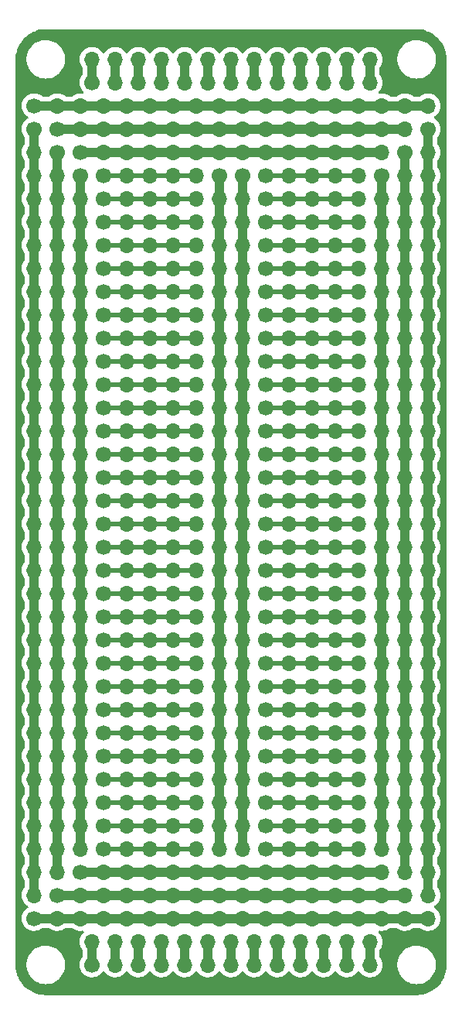
<source format=gbr>
%TF.GenerationSoftware,KiCad,Pcbnew,(6.0.5)*%
%TF.CreationDate,2022-09-13T18:20:42-04:00*%
%TF.ProjectId,protoboard,70726f74-6f62-46f6-9172-642e6b696361,0.1*%
%TF.SameCoordinates,Original*%
%TF.FileFunction,Copper,L2,Bot*%
%TF.FilePolarity,Positive*%
%FSLAX46Y46*%
G04 Gerber Fmt 4.6, Leading zero omitted, Abs format (unit mm)*
G04 Created by KiCad (PCBNEW (6.0.5)) date 2022-09-13 18:20:42*
%MOMM*%
%LPD*%
G01*
G04 APERTURE LIST*
%TA.AperFunction,ComponentPad*%
%ADD10C,1.700000*%
%TD*%
%TA.AperFunction,ComponentPad*%
%ADD11O,1.700000X1.700000*%
%TD*%
%TA.AperFunction,Conductor*%
%ADD12C,0.500000*%
%TD*%
%TA.AperFunction,Conductor*%
%ADD13C,1.000000*%
%TD*%
G04 APERTURE END LIST*
D10*
%TO.P,J42,1,Pin_1*%
%TO.N,Net-(J42-Pad1)*%
X116840000Y-111760000D03*
D11*
%TO.P,J42,2,Pin_2*%
X119380000Y-111760000D03*
%TO.P,J42,3,Pin_3*%
X121920000Y-111760000D03*
%TO.P,J42,4,Pin_4*%
X124460000Y-111760000D03*
%TO.P,J42,5,Pin_5*%
X127000000Y-111760000D03*
%TD*%
D10*
%TO.P,J5,1,Pin_1*%
%TO.N,Net-(J5-Pad1)*%
X116840000Y-114300000D03*
D11*
%TO.P,J5,2,Pin_2*%
X119380000Y-114300000D03*
%TO.P,J5,3,Pin_3*%
X121920000Y-114300000D03*
%TO.P,J5,4,Pin_4*%
X124460000Y-114300000D03*
%TO.P,J5,5,Pin_5*%
X127000000Y-114300000D03*
%TD*%
D10*
%TO.P,J27,1,Pin_1*%
%TO.N,Net-(J27-Pad1)*%
X134620000Y-142240000D03*
D11*
%TO.P,J27,2,Pin_2*%
X137160000Y-142240000D03*
%TO.P,J27,3,Pin_3*%
X139700000Y-142240000D03*
%TO.P,J27,4,Pin_4*%
X142240000Y-142240000D03*
%TO.P,J27,5,Pin_5*%
X144780000Y-142240000D03*
%TD*%
D10*
%TO.P,J9,1,Pin_1*%
%TO.N,Net-(J9-Pad1)*%
X134620000Y-124460000D03*
D11*
%TO.P,J9,2,Pin_2*%
X137160000Y-124460000D03*
%TO.P,J9,3,Pin_3*%
X139700000Y-124460000D03*
%TO.P,J9,4,Pin_4*%
X142240000Y-124460000D03*
%TO.P,J9,5,Pin_5*%
X144780000Y-124460000D03*
%TD*%
D10*
%TO.P,J60,1,Pin_1*%
%TO.N,Net-(J60-Pad1)*%
X134620000Y-121920000D03*
D11*
%TO.P,J60,2,Pin_2*%
X137160000Y-121920000D03*
%TO.P,J60,3,Pin_3*%
X139700000Y-121920000D03*
%TO.P,J60,4,Pin_4*%
X142240000Y-121920000D03*
%TO.P,J60,5,Pin_5*%
X144780000Y-121920000D03*
%TD*%
D10*
%TO.P,J47,1,Pin_1*%
%TO.N,Net-(J47-Pad1)*%
X134620000Y-78740000D03*
D11*
%TO.P,J47,2,Pin_2*%
X137160000Y-78740000D03*
%TO.P,J47,3,Pin_3*%
X139700000Y-78740000D03*
%TO.P,J47,4,Pin_4*%
X142240000Y-78740000D03*
%TO.P,J47,5,Pin_5*%
X144780000Y-78740000D03*
%TD*%
D10*
%TO.P,J34,1,Pin_1*%
%TO.N,Net-(J34-Pad1)*%
X134620000Y-104140000D03*
D11*
%TO.P,J34,2,Pin_2*%
X137160000Y-104140000D03*
%TO.P,J34,3,Pin_3*%
X139700000Y-104140000D03*
%TO.P,J34,4,Pin_4*%
X142240000Y-104140000D03*
%TO.P,J34,5,Pin_5*%
X144780000Y-104140000D03*
%TD*%
D10*
%TO.P,J23,1,Pin_1*%
%TO.N,Net-(J23-Pad1)*%
X116840000Y-101600000D03*
D11*
%TO.P,J23,2,Pin_2*%
X119380000Y-101600000D03*
%TO.P,J23,3,Pin_3*%
X121920000Y-101600000D03*
%TO.P,J23,4,Pin_4*%
X124460000Y-101600000D03*
%TO.P,J23,5,Pin_5*%
X127000000Y-101600000D03*
%TD*%
D10*
%TO.P,J53,1,Pin_1*%
%TO.N,Net-(J53-Pad1)*%
X116840000Y-132080000D03*
D11*
%TO.P,J53,2,Pin_2*%
X119380000Y-132080000D03*
%TO.P,J53,3,Pin_3*%
X121920000Y-132080000D03*
%TO.P,J53,4,Pin_4*%
X124460000Y-132080000D03*
%TO.P,J53,5,Pin_5*%
X127000000Y-132080000D03*
%TD*%
D10*
%TO.P,J68,1,Pin_1*%
%TO.N,Net-(J68-Pad1)*%
X109220000Y-63500000D03*
D11*
%TO.P,J68,2,Pin_2*%
X109220000Y-66040000D03*
%TO.P,J68,3,Pin_3*%
X109220000Y-68580000D03*
%TO.P,J68,4,Pin_4*%
X109220000Y-71120000D03*
%TO.P,J68,5,Pin_5*%
X109220000Y-73660000D03*
%TO.P,J68,6,Pin_6*%
X109220000Y-76200000D03*
%TO.P,J68,7,Pin_7*%
X109220000Y-78740000D03*
%TO.P,J68,8,Pin_8*%
X109220000Y-81280000D03*
%TO.P,J68,9,Pin_9*%
X109220000Y-83820000D03*
%TO.P,J68,10,Pin_10*%
X109220000Y-86360000D03*
%TO.P,J68,11,Pin_11*%
X109220000Y-88900000D03*
%TO.P,J68,12,Pin_12*%
X109220000Y-91440000D03*
%TO.P,J68,13,Pin_13*%
X109220000Y-93980000D03*
%TO.P,J68,14,Pin_14*%
X109220000Y-96520000D03*
%TO.P,J68,15,Pin_15*%
X109220000Y-99060000D03*
%TO.P,J68,16,Pin_16*%
X109220000Y-101600000D03*
%TO.P,J68,17,Pin_17*%
X109220000Y-104140000D03*
%TO.P,J68,18,Pin_18*%
X109220000Y-106680000D03*
%TO.P,J68,19,Pin_19*%
X109220000Y-109220000D03*
%TO.P,J68,20,Pin_20*%
X109220000Y-111760000D03*
%TO.P,J68,21,Pin_21*%
X109220000Y-114300000D03*
%TO.P,J68,22,Pin_22*%
X109220000Y-116840000D03*
%TO.P,J68,23,Pin_23*%
X109220000Y-119380000D03*
%TO.P,J68,24,Pin_24*%
X109220000Y-121920000D03*
%TO.P,J68,25,Pin_25*%
X109220000Y-124460000D03*
%TO.P,J68,26,Pin_26*%
X109220000Y-127000000D03*
%TO.P,J68,27,Pin_27*%
X109220000Y-129540000D03*
%TO.P,J68,28,Pin_28*%
X109220000Y-132080000D03*
%TO.P,J68,29,Pin_29*%
X109220000Y-134620000D03*
%TO.P,J68,30,Pin_30*%
X109220000Y-137160000D03*
%TO.P,J68,31,Pin_31*%
X109220000Y-139700000D03*
%TO.P,J68,32,Pin_32*%
X109220000Y-142240000D03*
%TO.P,J68,33,Pin_33*%
X109220000Y-144780000D03*
%TO.P,J68,34,Pin_34*%
X109220000Y-147320000D03*
%TD*%
D10*
%TO.P,J8,1,Pin_1*%
%TO.N,Net-(J8-Pad1)*%
X116840000Y-73660000D03*
D11*
%TO.P,J8,2,Pin_2*%
X119380000Y-73660000D03*
%TO.P,J8,3,Pin_3*%
X121920000Y-73660000D03*
%TO.P,J8,4,Pin_4*%
X124460000Y-73660000D03*
%TO.P,J8,5,Pin_5*%
X127000000Y-73660000D03*
%TD*%
D10*
%TO.P,J20,1,Pin_1*%
%TO.N,Net-(J20-Pad1)*%
X134620000Y-99060000D03*
D11*
%TO.P,J20,2,Pin_2*%
X137160000Y-99060000D03*
%TO.P,J20,3,Pin_3*%
X139700000Y-99060000D03*
%TO.P,J20,4,Pin_4*%
X142240000Y-99060000D03*
%TO.P,J20,5,Pin_5*%
X144780000Y-99060000D03*
%TD*%
D10*
%TO.P,J62,1,Pin_1*%
%TO.N,Net-(J62-Pad1)*%
X147320000Y-68580000D03*
D11*
%TO.P,J62,2,Pin_2*%
X147320000Y-71120000D03*
%TO.P,J62,3,Pin_3*%
X147320000Y-73660000D03*
%TO.P,J62,4,Pin_4*%
X147320000Y-76200000D03*
%TO.P,J62,5,Pin_5*%
X147320000Y-78740000D03*
%TO.P,J62,6,Pin_6*%
X147320000Y-81280000D03*
%TO.P,J62,7,Pin_7*%
X147320000Y-83820000D03*
%TO.P,J62,8,Pin_8*%
X147320000Y-86360000D03*
%TO.P,J62,9,Pin_9*%
X147320000Y-88900000D03*
%TO.P,J62,10,Pin_10*%
X147320000Y-91440000D03*
%TO.P,J62,11,Pin_11*%
X147320000Y-93980000D03*
%TO.P,J62,12,Pin_12*%
X147320000Y-96520000D03*
%TO.P,J62,13,Pin_13*%
X147320000Y-99060000D03*
%TO.P,J62,14,Pin_14*%
X147320000Y-101600000D03*
%TO.P,J62,15,Pin_15*%
X147320000Y-104140000D03*
%TO.P,J62,16,Pin_16*%
X147320000Y-106680000D03*
%TO.P,J62,17,Pin_17*%
X147320000Y-109220000D03*
%TO.P,J62,18,Pin_18*%
X147320000Y-111760000D03*
%TO.P,J62,19,Pin_19*%
X147320000Y-114300000D03*
%TO.P,J62,20,Pin_20*%
X147320000Y-116840000D03*
%TO.P,J62,21,Pin_21*%
X147320000Y-119380000D03*
%TO.P,J62,22,Pin_22*%
X147320000Y-121920000D03*
%TO.P,J62,23,Pin_23*%
X147320000Y-124460000D03*
%TO.P,J62,24,Pin_24*%
X147320000Y-127000000D03*
%TO.P,J62,25,Pin_25*%
X147320000Y-129540000D03*
%TO.P,J62,26,Pin_26*%
X147320000Y-132080000D03*
%TO.P,J62,27,Pin_27*%
X147320000Y-134620000D03*
%TO.P,J62,28,Pin_28*%
X147320000Y-137160000D03*
%TO.P,J62,29,Pin_29*%
X147320000Y-139700000D03*
%TO.P,J62,30,Pin_30*%
X147320000Y-142240000D03*
%TD*%
D10*
%TO.P,J49,1,Pin_1*%
%TO.N,Net-(J49-Pad1)*%
X116840000Y-119380000D03*
D11*
%TO.P,J49,2,Pin_2*%
X119380000Y-119380000D03*
%TO.P,J49,3,Pin_3*%
X121920000Y-119380000D03*
%TO.P,J49,4,Pin_4*%
X124460000Y-119380000D03*
%TO.P,J49,5,Pin_5*%
X127000000Y-119380000D03*
%TD*%
D10*
%TO.P,J48,1,Pin_1*%
%TO.N,Net-(J48-Pad1)*%
X116840000Y-91440000D03*
D11*
%TO.P,J48,2,Pin_2*%
X119380000Y-91440000D03*
%TO.P,J48,3,Pin_3*%
X121920000Y-91440000D03*
%TO.P,J48,4,Pin_4*%
X124460000Y-91440000D03*
%TO.P,J48,5,Pin_5*%
X127000000Y-91440000D03*
%TD*%
D10*
%TO.P,J64,1,Pin_1*%
%TO.N,Net-(J64-Pad1)*%
X132080000Y-68580000D03*
D11*
%TO.P,J64,2,Pin_2*%
X132080000Y-71120000D03*
%TO.P,J64,3,Pin_3*%
X132080000Y-73660000D03*
%TO.P,J64,4,Pin_4*%
X132080000Y-76200000D03*
%TO.P,J64,5,Pin_5*%
X132080000Y-78740000D03*
%TO.P,J64,6,Pin_6*%
X132080000Y-81280000D03*
%TO.P,J64,7,Pin_7*%
X132080000Y-83820000D03*
%TO.P,J64,8,Pin_8*%
X132080000Y-86360000D03*
%TO.P,J64,9,Pin_9*%
X132080000Y-88900000D03*
%TO.P,J64,10,Pin_10*%
X132080000Y-91440000D03*
%TO.P,J64,11,Pin_11*%
X132080000Y-93980000D03*
%TO.P,J64,12,Pin_12*%
X132080000Y-96520000D03*
%TO.P,J64,13,Pin_13*%
X132080000Y-99060000D03*
%TO.P,J64,14,Pin_14*%
X132080000Y-101600000D03*
%TO.P,J64,15,Pin_15*%
X132080000Y-104140000D03*
%TO.P,J64,16,Pin_16*%
X132080000Y-106680000D03*
%TO.P,J64,17,Pin_17*%
X132080000Y-109220000D03*
%TO.P,J64,18,Pin_18*%
X132080000Y-111760000D03*
%TO.P,J64,19,Pin_19*%
X132080000Y-114300000D03*
%TO.P,J64,20,Pin_20*%
X132080000Y-116840000D03*
%TO.P,J64,21,Pin_21*%
X132080000Y-119380000D03*
%TO.P,J64,22,Pin_22*%
X132080000Y-121920000D03*
%TO.P,J64,23,Pin_23*%
X132080000Y-124460000D03*
%TO.P,J64,24,Pin_24*%
X132080000Y-127000000D03*
%TO.P,J64,25,Pin_25*%
X132080000Y-129540000D03*
%TO.P,J64,26,Pin_26*%
X132080000Y-132080000D03*
%TO.P,J64,27,Pin_27*%
X132080000Y-134620000D03*
%TO.P,J64,28,Pin_28*%
X132080000Y-137160000D03*
%TO.P,J64,29,Pin_29*%
X132080000Y-139700000D03*
%TO.P,J64,30,Pin_30*%
X132080000Y-142240000D03*
%TD*%
D10*
%TO.P,J29,1,Pin_1*%
%TO.N,Net-(J29-Pad1)*%
X116840000Y-104140000D03*
D11*
%TO.P,J29,2,Pin_2*%
X119380000Y-104140000D03*
%TO.P,J29,3,Pin_3*%
X121920000Y-104140000D03*
%TO.P,J29,4,Pin_4*%
X124460000Y-104140000D03*
%TO.P,J29,5,Pin_5*%
X127000000Y-104140000D03*
%TD*%
D10*
%TO.P,J6,1,Pin_1*%
%TO.N,Net-(J6-Pad1)*%
X116840000Y-96520000D03*
D11*
%TO.P,J6,2,Pin_2*%
X119380000Y-96520000D03*
%TO.P,J6,3,Pin_3*%
X121920000Y-96520000D03*
%TO.P,J6,4,Pin_4*%
X124460000Y-96520000D03*
%TO.P,J6,5,Pin_5*%
X127000000Y-96520000D03*
%TD*%
D10*
%TO.P,J2,1,Pin_1*%
%TO.N,Net-(J2-Pad1)*%
X116840000Y-109220000D03*
D11*
%TO.P,J2,2,Pin_2*%
X119380000Y-109220000D03*
%TO.P,J2,3,Pin_3*%
X121920000Y-109220000D03*
%TO.P,J2,4,Pin_4*%
X124460000Y-109220000D03*
%TO.P,J2,5,Pin_5*%
X127000000Y-109220000D03*
%TD*%
D10*
%TO.P,J59,1,Pin_1*%
%TO.N,Net-(J59-Pad1)*%
X134620000Y-91440000D03*
D11*
%TO.P,J59,2,Pin_2*%
X137160000Y-91440000D03*
%TO.P,J59,3,Pin_3*%
X139700000Y-91440000D03*
%TO.P,J59,4,Pin_4*%
X142240000Y-91440000D03*
%TO.P,J59,5,Pin_5*%
X144780000Y-91440000D03*
%TD*%
D10*
%TO.P,J25,1,Pin_1*%
%TO.N,Net-(J25-Pad1)*%
X134620000Y-83820000D03*
D11*
%TO.P,J25,2,Pin_2*%
X137160000Y-83820000D03*
%TO.P,J25,3,Pin_3*%
X139700000Y-83820000D03*
%TO.P,J25,4,Pin_4*%
X142240000Y-83820000D03*
%TO.P,J25,5,Pin_5*%
X144780000Y-83820000D03*
%TD*%
D10*
%TO.P,J57,1,Pin_1*%
%TO.N,Net-(J57-Pad1)*%
X134620000Y-129540000D03*
D11*
%TO.P,J57,2,Pin_2*%
X137160000Y-129540000D03*
%TO.P,J57,3,Pin_3*%
X139700000Y-129540000D03*
%TO.P,J57,4,Pin_4*%
X142240000Y-129540000D03*
%TO.P,J57,5,Pin_5*%
X144780000Y-129540000D03*
%TD*%
D10*
%TO.P,J72,1,Pin_1*%
%TO.N,Net-(J72-Pad1)*%
X111760000Y-147320000D03*
D11*
%TO.P,J72,2,Pin_2*%
X114300000Y-147320000D03*
%TO.P,J72,3,Pin_3*%
X116840000Y-147320000D03*
%TO.P,J72,4,Pin_4*%
X119380000Y-147320000D03*
%TO.P,J72,5,Pin_5*%
X121920000Y-147320000D03*
%TO.P,J72,6,Pin_6*%
X124460000Y-147320000D03*
%TO.P,J72,7,Pin_7*%
X127000000Y-147320000D03*
%TO.P,J72,8,Pin_8*%
X129540000Y-147320000D03*
%TO.P,J72,9,Pin_9*%
X132080000Y-147320000D03*
%TO.P,J72,10,Pin_10*%
X134620000Y-147320000D03*
%TO.P,J72,11,Pin_11*%
X137160000Y-147320000D03*
%TO.P,J72,12,Pin_12*%
X139700000Y-147320000D03*
%TO.P,J72,13,Pin_13*%
X142240000Y-147320000D03*
%TO.P,J72,14,Pin_14*%
X144780000Y-147320000D03*
%TO.P,J72,15,Pin_15*%
X147320000Y-147320000D03*
%TO.P,J72,16,Pin_16*%
X149860000Y-147320000D03*
%TD*%
D10*
%TO.P,J50,1,Pin_1*%
%TO.N,Net-(J50-Pad1)*%
X116840000Y-78740000D03*
D11*
%TO.P,J50,2,Pin_2*%
X119380000Y-78740000D03*
%TO.P,J50,3,Pin_3*%
X121920000Y-78740000D03*
%TO.P,J50,4,Pin_4*%
X124460000Y-78740000D03*
%TO.P,J50,5,Pin_5*%
X127000000Y-78740000D03*
%TD*%
D10*
%TO.P,J16,1,Pin_1*%
%TO.N,Net-(J16-Pad1)*%
X134620000Y-111760000D03*
D11*
%TO.P,J16,2,Pin_2*%
X137160000Y-111760000D03*
%TO.P,J16,3,Pin_3*%
X139700000Y-111760000D03*
%TO.P,J16,4,Pin_4*%
X142240000Y-111760000D03*
%TO.P,J16,5,Pin_5*%
X144780000Y-111760000D03*
%TD*%
D10*
%TO.P,J69,1,Pin_1*%
%TO.N,Net-(J69-Pad1)*%
X109220000Y-60960000D03*
D11*
%TO.P,J69,2,Pin_2*%
X111760000Y-60960000D03*
%TO.P,J69,3,Pin_3*%
X114300000Y-60960000D03*
%TO.P,J69,4,Pin_4*%
X116840000Y-60960000D03*
%TO.P,J69,5,Pin_5*%
X119380000Y-60960000D03*
%TO.P,J69,6,Pin_6*%
X121920000Y-60960000D03*
%TO.P,J69,7,Pin_7*%
X124460000Y-60960000D03*
%TO.P,J69,8,Pin_8*%
X127000000Y-60960000D03*
%TO.P,J69,9,Pin_9*%
X129540000Y-60960000D03*
%TO.P,J69,10,Pin_10*%
X132080000Y-60960000D03*
%TO.P,J69,11,Pin_11*%
X134620000Y-60960000D03*
%TO.P,J69,12,Pin_12*%
X137160000Y-60960000D03*
%TO.P,J69,13,Pin_13*%
X139700000Y-60960000D03*
%TO.P,J69,14,Pin_14*%
X142240000Y-60960000D03*
%TO.P,J69,15,Pin_15*%
X144780000Y-60960000D03*
%TO.P,J69,16,Pin_16*%
X147320000Y-60960000D03*
%TO.P,J69,17,Pin_17*%
X149860000Y-60960000D03*
%TO.P,J69,18,Pin_18*%
X152400000Y-60960000D03*
%TD*%
D10*
%TO.P,J67,1,Pin_1*%
%TO.N,Net-(J67-Pad1)*%
X152400000Y-63500000D03*
D11*
%TO.P,J67,2,Pin_2*%
X152400000Y-66040000D03*
%TO.P,J67,3,Pin_3*%
X152400000Y-68580000D03*
%TO.P,J67,4,Pin_4*%
X152400000Y-71120000D03*
%TO.P,J67,5,Pin_5*%
X152400000Y-73660000D03*
%TO.P,J67,6,Pin_6*%
X152400000Y-76200000D03*
%TO.P,J67,7,Pin_7*%
X152400000Y-78740000D03*
%TO.P,J67,8,Pin_8*%
X152400000Y-81280000D03*
%TO.P,J67,9,Pin_9*%
X152400000Y-83820000D03*
%TO.P,J67,10,Pin_10*%
X152400000Y-86360000D03*
%TO.P,J67,11,Pin_11*%
X152400000Y-88900000D03*
%TO.P,J67,12,Pin_12*%
X152400000Y-91440000D03*
%TO.P,J67,13,Pin_13*%
X152400000Y-93980000D03*
%TO.P,J67,14,Pin_14*%
X152400000Y-96520000D03*
%TO.P,J67,15,Pin_15*%
X152400000Y-99060000D03*
%TO.P,J67,16,Pin_16*%
X152400000Y-101600000D03*
%TO.P,J67,17,Pin_17*%
X152400000Y-104140000D03*
%TO.P,J67,18,Pin_18*%
X152400000Y-106680000D03*
%TO.P,J67,19,Pin_19*%
X152400000Y-109220000D03*
%TO.P,J67,20,Pin_20*%
X152400000Y-111760000D03*
%TO.P,J67,21,Pin_21*%
X152400000Y-114300000D03*
%TO.P,J67,22,Pin_22*%
X152400000Y-116840000D03*
%TO.P,J67,23,Pin_23*%
X152400000Y-119380000D03*
%TO.P,J67,24,Pin_24*%
X152400000Y-121920000D03*
%TO.P,J67,25,Pin_25*%
X152400000Y-124460000D03*
%TO.P,J67,26,Pin_26*%
X152400000Y-127000000D03*
%TO.P,J67,27,Pin_27*%
X152400000Y-129540000D03*
%TO.P,J67,28,Pin_28*%
X152400000Y-132080000D03*
%TO.P,J67,29,Pin_29*%
X152400000Y-134620000D03*
%TO.P,J67,30,Pin_30*%
X152400000Y-137160000D03*
%TO.P,J67,31,Pin_31*%
X152400000Y-139700000D03*
%TO.P,J67,32,Pin_32*%
X152400000Y-142240000D03*
%TO.P,J67,33,Pin_33*%
X152400000Y-144780000D03*
%TO.P,J67,34,Pin_34*%
X152400000Y-147320000D03*
%TD*%
D10*
%TO.P,J71,1,Pin_1*%
%TO.N,Net-(J71-Pad1)*%
X111760000Y-63500000D03*
D11*
%TO.P,J71,2,Pin_2*%
X114300000Y-63500000D03*
%TO.P,J71,3,Pin_3*%
X116840000Y-63500000D03*
%TO.P,J71,4,Pin_4*%
X119380000Y-63500000D03*
%TO.P,J71,5,Pin_5*%
X121920000Y-63500000D03*
%TO.P,J71,6,Pin_6*%
X124460000Y-63500000D03*
%TO.P,J71,7,Pin_7*%
X127000000Y-63500000D03*
%TO.P,J71,8,Pin_8*%
X129540000Y-63500000D03*
%TO.P,J71,9,Pin_9*%
X132080000Y-63500000D03*
%TO.P,J71,10,Pin_10*%
X134620000Y-63500000D03*
%TO.P,J71,11,Pin_11*%
X137160000Y-63500000D03*
%TO.P,J71,12,Pin_12*%
X139700000Y-63500000D03*
%TO.P,J71,13,Pin_13*%
X142240000Y-63500000D03*
%TO.P,J71,14,Pin_14*%
X144780000Y-63500000D03*
%TO.P,J71,15,Pin_15*%
X147320000Y-63500000D03*
%TO.P,J71,16,Pin_16*%
X149860000Y-63500000D03*
%TD*%
D10*
%TO.P,J10,1,Pin_1*%
%TO.N,Net-(J10-Pad1)*%
X134620000Y-101600000D03*
D11*
%TO.P,J10,2,Pin_2*%
X137160000Y-101600000D03*
%TO.P,J10,3,Pin_3*%
X139700000Y-101600000D03*
%TO.P,J10,4,Pin_4*%
X142240000Y-101600000D03*
%TO.P,J10,5,Pin_5*%
X144780000Y-101600000D03*
%TD*%
D10*
%TO.P,J17,1,Pin_1*%
%TO.N,Net-(J17-Pad1)*%
X116840000Y-93980000D03*
D11*
%TO.P,J17,2,Pin_2*%
X119380000Y-93980000D03*
%TO.P,J17,3,Pin_3*%
X121920000Y-93980000D03*
%TO.P,J17,4,Pin_4*%
X124460000Y-93980000D03*
%TO.P,J17,5,Pin_5*%
X127000000Y-93980000D03*
%TD*%
D10*
%TO.P,J56,1,Pin_1*%
%TO.N,Net-(J56-Pad1)*%
X134620000Y-137160000D03*
D11*
%TO.P,J56,2,Pin_2*%
X137160000Y-137160000D03*
%TO.P,J56,3,Pin_3*%
X139700000Y-137160000D03*
%TO.P,J56,4,Pin_4*%
X142240000Y-137160000D03*
%TO.P,J56,5,Pin_5*%
X144780000Y-137160000D03*
%TD*%
D10*
%TO.P,J41,1,Pin_1*%
%TO.N,Net-(J41-Pad1)*%
X116840000Y-142240000D03*
D11*
%TO.P,J41,2,Pin_2*%
X119380000Y-142240000D03*
%TO.P,J41,3,Pin_3*%
X121920000Y-142240000D03*
%TO.P,J41,4,Pin_4*%
X124460000Y-142240000D03*
%TO.P,J41,5,Pin_5*%
X127000000Y-142240000D03*
%TD*%
D10*
%TO.P,J43,1,Pin_1*%
%TO.N,Net-(J43-Pad1)*%
X134620000Y-119380000D03*
D11*
%TO.P,J43,2,Pin_2*%
X137160000Y-119380000D03*
%TO.P,J43,3,Pin_3*%
X139700000Y-119380000D03*
%TO.P,J43,4,Pin_4*%
X142240000Y-119380000D03*
%TO.P,J43,5,Pin_5*%
X144780000Y-119380000D03*
%TD*%
D10*
%TO.P,J21,1,Pin_1*%
%TO.N,Net-(J21-Pad1)*%
X116840000Y-106680000D03*
D11*
%TO.P,J21,2,Pin_2*%
X119380000Y-106680000D03*
%TO.P,J21,3,Pin_3*%
X121920000Y-106680000D03*
%TO.P,J21,4,Pin_4*%
X124460000Y-106680000D03*
%TO.P,J21,5,Pin_5*%
X127000000Y-106680000D03*
%TD*%
D10*
%TO.P,J75,1,Pin_1*%
%TO.N,Net-(J75-Pad1)*%
X115570000Y-154940000D03*
D11*
%TO.P,J75,2,Pin_2*%
X115570000Y-152400000D03*
%TO.P,J75,3,Pin_3*%
%TO.N,Net-(J75-Pad3)*%
X118110000Y-154940000D03*
%TO.P,J75,4,Pin_4*%
X118110000Y-152400000D03*
%TO.P,J75,5,Pin_5*%
%TO.N,Net-(J75-Pad5)*%
X120650000Y-154940000D03*
%TO.P,J75,6,Pin_6*%
X120650000Y-152400000D03*
%TO.P,J75,7,Pin_7*%
%TO.N,Net-(J75-Pad7)*%
X123190000Y-154940000D03*
%TO.P,J75,8,Pin_8*%
X123190000Y-152400000D03*
%TO.P,J75,9,Pin_9*%
%TO.N,Net-(J75-Pad9)*%
X125730000Y-154940000D03*
%TO.P,J75,10,Pin_10*%
X125730000Y-152400000D03*
%TO.P,J75,11,Pin_11*%
%TO.N,Net-(J75-Pad11)*%
X128270000Y-154940000D03*
%TO.P,J75,12,Pin_12*%
X128270000Y-152400000D03*
%TO.P,J75,13,Pin_13*%
%TO.N,Net-(J75-Pad13)*%
X130810000Y-154940000D03*
%TO.P,J75,14,Pin_14*%
X130810000Y-152400000D03*
%TO.P,J75,15,Pin_15*%
%TO.N,Net-(J75-Pad15)*%
X133350000Y-154940000D03*
%TO.P,J75,16,Pin_16*%
X133350000Y-152400000D03*
%TO.P,J75,17,Pin_17*%
%TO.N,Net-(J75-Pad17)*%
X135890000Y-154940000D03*
%TO.P,J75,18,Pin_18*%
X135890000Y-152400000D03*
%TO.P,J75,19,Pin_19*%
%TO.N,Net-(J75-Pad19)*%
X138430000Y-154940000D03*
%TO.P,J75,20,Pin_20*%
X138430000Y-152400000D03*
%TO.P,J75,21,Pin_21*%
%TO.N,Net-(J75-Pad21)*%
X140970000Y-154940000D03*
%TO.P,J75,22,Pin_22*%
X140970000Y-152400000D03*
%TO.P,J75,23,Pin_23*%
%TO.N,Net-(J75-Pad23)*%
X143510000Y-154940000D03*
%TO.P,J75,24,Pin_24*%
X143510000Y-152400000D03*
%TO.P,J75,25,Pin_25*%
%TO.N,Net-(J75-Pad25)*%
X146050000Y-154940000D03*
%TO.P,J75,26,Pin_26*%
X146050000Y-152400000D03*
%TD*%
D10*
%TO.P,J39,1,Pin_1*%
%TO.N,Net-(J39-Pad1)*%
X116840000Y-81280000D03*
D11*
%TO.P,J39,2,Pin_2*%
X119380000Y-81280000D03*
%TO.P,J39,3,Pin_3*%
X121920000Y-81280000D03*
%TO.P,J39,4,Pin_4*%
X124460000Y-81280000D03*
%TO.P,J39,5,Pin_5*%
X127000000Y-81280000D03*
%TD*%
D10*
%TO.P,J44,1,Pin_1*%
%TO.N,Net-(J44-Pad1)*%
X116840000Y-139700000D03*
D11*
%TO.P,J44,2,Pin_2*%
X119380000Y-139700000D03*
%TO.P,J44,3,Pin_3*%
X121920000Y-139700000D03*
%TO.P,J44,4,Pin_4*%
X124460000Y-139700000D03*
%TO.P,J44,5,Pin_5*%
X127000000Y-139700000D03*
%TD*%
D10*
%TO.P,J19,1,Pin_1*%
%TO.N,Net-(J19-Pad1)*%
X116840000Y-134620000D03*
D11*
%TO.P,J19,2,Pin_2*%
X119380000Y-134620000D03*
%TO.P,J19,3,Pin_3*%
X121920000Y-134620000D03*
%TO.P,J19,4,Pin_4*%
X124460000Y-134620000D03*
%TO.P,J19,5,Pin_5*%
X127000000Y-134620000D03*
%TD*%
D10*
%TO.P,J40,1,Pin_1*%
%TO.N,Net-(J40-Pad1)*%
X134620000Y-88900000D03*
D11*
%TO.P,J40,2,Pin_2*%
X137160000Y-88900000D03*
%TO.P,J40,3,Pin_3*%
X139700000Y-88900000D03*
%TO.P,J40,4,Pin_4*%
X142240000Y-88900000D03*
%TO.P,J40,5,Pin_5*%
X144780000Y-88900000D03*
%TD*%
D10*
%TO.P,J1,1,Pin_1*%
%TO.N,Net-(J1-Pad1)*%
X116840000Y-116840000D03*
D11*
%TO.P,J1,2,Pin_2*%
X119380000Y-116840000D03*
%TO.P,J1,3,Pin_3*%
X121920000Y-116840000D03*
%TO.P,J1,4,Pin_4*%
X124460000Y-116840000D03*
%TO.P,J1,5,Pin_5*%
X127000000Y-116840000D03*
%TD*%
D10*
%TO.P,J70,1,Pin_1*%
%TO.N,Net-(J70-Pad1)*%
X109220000Y-149860000D03*
D11*
%TO.P,J70,2,Pin_2*%
X111760000Y-149860000D03*
%TO.P,J70,3,Pin_3*%
X114300000Y-149860000D03*
%TO.P,J70,4,Pin_4*%
X116840000Y-149860000D03*
%TO.P,J70,5,Pin_5*%
X119380000Y-149860000D03*
%TO.P,J70,6,Pin_6*%
X121920000Y-149860000D03*
%TO.P,J70,7,Pin_7*%
X124460000Y-149860000D03*
%TO.P,J70,8,Pin_8*%
X127000000Y-149860000D03*
%TO.P,J70,9,Pin_9*%
X129540000Y-149860000D03*
%TO.P,J70,10,Pin_10*%
X132080000Y-149860000D03*
%TO.P,J70,11,Pin_11*%
X134620000Y-149860000D03*
%TO.P,J70,12,Pin_12*%
X137160000Y-149860000D03*
%TO.P,J70,13,Pin_13*%
X139700000Y-149860000D03*
%TO.P,J70,14,Pin_14*%
X142240000Y-149860000D03*
%TO.P,J70,15,Pin_15*%
X144780000Y-149860000D03*
%TO.P,J70,16,Pin_16*%
X147320000Y-149860000D03*
%TO.P,J70,17,Pin_17*%
X149860000Y-149860000D03*
%TO.P,J70,18,Pin_18*%
X152400000Y-149860000D03*
%TD*%
D10*
%TO.P,J28,1,Pin_1*%
%TO.N,Net-(J28-Pad1)*%
X116840000Y-137160000D03*
D11*
%TO.P,J28,2,Pin_2*%
X119380000Y-137160000D03*
%TO.P,J28,3,Pin_3*%
X121920000Y-137160000D03*
%TO.P,J28,4,Pin_4*%
X124460000Y-137160000D03*
%TO.P,J28,5,Pin_5*%
X127000000Y-137160000D03*
%TD*%
D10*
%TO.P,J46,1,Pin_1*%
%TO.N,Net-(J46-Pad1)*%
X116840000Y-86360000D03*
D11*
%TO.P,J46,2,Pin_2*%
X119380000Y-86360000D03*
%TO.P,J46,3,Pin_3*%
X121920000Y-86360000D03*
%TO.P,J46,4,Pin_4*%
X124460000Y-86360000D03*
%TO.P,J46,5,Pin_5*%
X127000000Y-86360000D03*
%TD*%
D10*
%TO.P,J61,1,Pin_1*%
%TO.N,Net-(J61-Pad1)*%
X114300000Y-68580000D03*
D11*
%TO.P,J61,2,Pin_2*%
X114300000Y-71120000D03*
%TO.P,J61,3,Pin_3*%
X114300000Y-73660000D03*
%TO.P,J61,4,Pin_4*%
X114300000Y-76200000D03*
%TO.P,J61,5,Pin_5*%
X114300000Y-78740000D03*
%TO.P,J61,6,Pin_6*%
X114300000Y-81280000D03*
%TO.P,J61,7,Pin_7*%
X114300000Y-83820000D03*
%TO.P,J61,8,Pin_8*%
X114300000Y-86360000D03*
%TO.P,J61,9,Pin_9*%
X114300000Y-88900000D03*
%TO.P,J61,10,Pin_10*%
X114300000Y-91440000D03*
%TO.P,J61,11,Pin_11*%
X114300000Y-93980000D03*
%TO.P,J61,12,Pin_12*%
X114300000Y-96520000D03*
%TO.P,J61,13,Pin_13*%
X114300000Y-99060000D03*
%TO.P,J61,14,Pin_14*%
X114300000Y-101600000D03*
%TO.P,J61,15,Pin_15*%
X114300000Y-104140000D03*
%TO.P,J61,16,Pin_16*%
X114300000Y-106680000D03*
%TO.P,J61,17,Pin_17*%
X114300000Y-109220000D03*
%TO.P,J61,18,Pin_18*%
X114300000Y-111760000D03*
%TO.P,J61,19,Pin_19*%
X114300000Y-114300000D03*
%TO.P,J61,20,Pin_20*%
X114300000Y-116840000D03*
%TO.P,J61,21,Pin_21*%
X114300000Y-119380000D03*
%TO.P,J61,22,Pin_22*%
X114300000Y-121920000D03*
%TO.P,J61,23,Pin_23*%
X114300000Y-124460000D03*
%TO.P,J61,24,Pin_24*%
X114300000Y-127000000D03*
%TO.P,J61,25,Pin_25*%
X114300000Y-129540000D03*
%TO.P,J61,26,Pin_26*%
X114300000Y-132080000D03*
%TO.P,J61,27,Pin_27*%
X114300000Y-134620000D03*
%TO.P,J61,28,Pin_28*%
X114300000Y-137160000D03*
%TO.P,J61,29,Pin_29*%
X114300000Y-139700000D03*
%TO.P,J61,30,Pin_30*%
X114300000Y-142240000D03*
%TD*%
D10*
%TO.P,J3,1,Pin_1*%
%TO.N,Net-(J3-Pad1)*%
X134620000Y-93980000D03*
D11*
%TO.P,J3,2,Pin_2*%
X137160000Y-93980000D03*
%TO.P,J3,3,Pin_3*%
X139700000Y-93980000D03*
%TO.P,J3,4,Pin_4*%
X142240000Y-93980000D03*
%TO.P,J3,5,Pin_5*%
X144780000Y-93980000D03*
%TD*%
D10*
%TO.P,J36,1,Pin_1*%
%TO.N,Net-(J36-Pad1)*%
X116840000Y-71120000D03*
D11*
%TO.P,J36,2,Pin_2*%
X119380000Y-71120000D03*
%TO.P,J36,3,Pin_3*%
X121920000Y-71120000D03*
%TO.P,J36,4,Pin_4*%
X124460000Y-71120000D03*
%TO.P,J36,5,Pin_5*%
X127000000Y-71120000D03*
%TD*%
D10*
%TO.P,J58,1,Pin_1*%
%TO.N,Net-(J58-Pad1)*%
X116840000Y-88900000D03*
D11*
%TO.P,J58,2,Pin_2*%
X119380000Y-88900000D03*
%TO.P,J58,3,Pin_3*%
X121920000Y-88900000D03*
%TO.P,J58,4,Pin_4*%
X124460000Y-88900000D03*
%TO.P,J58,5,Pin_5*%
X127000000Y-88900000D03*
%TD*%
D10*
%TO.P,J30,1,Pin_1*%
%TO.N,Net-(J30-Pad1)*%
X134620000Y-76200000D03*
D11*
%TO.P,J30,2,Pin_2*%
X137160000Y-76200000D03*
%TO.P,J30,3,Pin_3*%
X139700000Y-76200000D03*
%TO.P,J30,4,Pin_4*%
X142240000Y-76200000D03*
%TO.P,J30,5,Pin_5*%
X144780000Y-76200000D03*
%TD*%
D10*
%TO.P,J73,1,Pin_1*%
%TO.N,Net-(J73-Pad1)*%
X114300000Y-66040000D03*
D11*
%TO.P,J73,2,Pin_2*%
X116840000Y-66040000D03*
%TO.P,J73,3,Pin_3*%
X119380000Y-66040000D03*
%TO.P,J73,4,Pin_4*%
X121920000Y-66040000D03*
%TO.P,J73,5,Pin_5*%
X124460000Y-66040000D03*
%TO.P,J73,6,Pin_6*%
X127000000Y-66040000D03*
%TO.P,J73,7,Pin_7*%
X129540000Y-66040000D03*
%TO.P,J73,8,Pin_8*%
X132080000Y-66040000D03*
%TO.P,J73,9,Pin_9*%
X134620000Y-66040000D03*
%TO.P,J73,10,Pin_10*%
X137160000Y-66040000D03*
%TO.P,J73,11,Pin_11*%
X139700000Y-66040000D03*
%TO.P,J73,12,Pin_12*%
X142240000Y-66040000D03*
%TO.P,J73,13,Pin_13*%
X144780000Y-66040000D03*
%TO.P,J73,14,Pin_14*%
X147320000Y-66040000D03*
%TD*%
D10*
%TO.P,J55,1,Pin_1*%
%TO.N,Net-(J55-Pad1)*%
X116840000Y-68580000D03*
D11*
%TO.P,J55,2,Pin_2*%
X119380000Y-68580000D03*
%TO.P,J55,3,Pin_3*%
X121920000Y-68580000D03*
%TO.P,J55,4,Pin_4*%
X124460000Y-68580000D03*
%TO.P,J55,5,Pin_5*%
X127000000Y-68580000D03*
%TD*%
D10*
%TO.P,J38,1,Pin_1*%
%TO.N,Net-(J38-Pad1)*%
X116840000Y-121920000D03*
D11*
%TO.P,J38,2,Pin_2*%
X119380000Y-121920000D03*
%TO.P,J38,3,Pin_3*%
X121920000Y-121920000D03*
%TO.P,J38,4,Pin_4*%
X124460000Y-121920000D03*
%TO.P,J38,5,Pin_5*%
X127000000Y-121920000D03*
%TD*%
D10*
%TO.P,J33,1,Pin_1*%
%TO.N,Net-(J33-Pad1)*%
X134620000Y-73660000D03*
D11*
%TO.P,J33,2,Pin_2*%
X137160000Y-73660000D03*
%TO.P,J33,3,Pin_3*%
X139700000Y-73660000D03*
%TO.P,J33,4,Pin_4*%
X142240000Y-73660000D03*
%TO.P,J33,5,Pin_5*%
X144780000Y-73660000D03*
%TD*%
D10*
%TO.P,J35,1,Pin_1*%
%TO.N,Net-(J35-Pad1)*%
X134620000Y-86360000D03*
D11*
%TO.P,J35,2,Pin_2*%
X137160000Y-86360000D03*
%TO.P,J35,3,Pin_3*%
X139700000Y-86360000D03*
%TO.P,J35,4,Pin_4*%
X142240000Y-86360000D03*
%TO.P,J35,5,Pin_5*%
X144780000Y-86360000D03*
%TD*%
D10*
%TO.P,J12,1,Pin_1*%
%TO.N,Net-(J12-Pad1)*%
X134620000Y-127000000D03*
D11*
%TO.P,J12,2,Pin_2*%
X137160000Y-127000000D03*
%TO.P,J12,3,Pin_3*%
X139700000Y-127000000D03*
%TO.P,J12,4,Pin_4*%
X142240000Y-127000000D03*
%TO.P,J12,5,Pin_5*%
X144780000Y-127000000D03*
%TD*%
D10*
%TO.P,J13,1,Pin_1*%
%TO.N,Net-(J13-Pad1)*%
X116840000Y-129540000D03*
D11*
%TO.P,J13,2,Pin_2*%
X119380000Y-129540000D03*
%TO.P,J13,3,Pin_3*%
X121920000Y-129540000D03*
%TO.P,J13,4,Pin_4*%
X124460000Y-129540000D03*
%TO.P,J13,5,Pin_5*%
X127000000Y-129540000D03*
%TD*%
D10*
%TO.P,J18,1,Pin_1*%
%TO.N,Net-(J18-Pad1)*%
X116840000Y-76200000D03*
D11*
%TO.P,J18,2,Pin_2*%
X119380000Y-76200000D03*
%TO.P,J18,3,Pin_3*%
X121920000Y-76200000D03*
%TO.P,J18,4,Pin_4*%
X124460000Y-76200000D03*
%TO.P,J18,5,Pin_5*%
X127000000Y-76200000D03*
%TD*%
D10*
%TO.P,J7,1,Pin_1*%
%TO.N,Net-(J7-Pad1)*%
X134620000Y-116840000D03*
D11*
%TO.P,J7,2,Pin_2*%
X137160000Y-116840000D03*
%TO.P,J7,3,Pin_3*%
X139700000Y-116840000D03*
%TO.P,J7,4,Pin_4*%
X142240000Y-116840000D03*
%TO.P,J7,5,Pin_5*%
X144780000Y-116840000D03*
%TD*%
D10*
%TO.P,J31,1,Pin_1*%
%TO.N,Net-(J31-Pad1)*%
X134620000Y-114300000D03*
D11*
%TO.P,J31,2,Pin_2*%
X137160000Y-114300000D03*
%TO.P,J31,3,Pin_3*%
X139700000Y-114300000D03*
%TO.P,J31,4,Pin_4*%
X142240000Y-114300000D03*
%TO.P,J31,5,Pin_5*%
X144780000Y-114300000D03*
%TD*%
D10*
%TO.P,J51,1,Pin_1*%
%TO.N,Net-(J51-Pad1)*%
X134620000Y-68580000D03*
D11*
%TO.P,J51,2,Pin_2*%
X137160000Y-68580000D03*
%TO.P,J51,3,Pin_3*%
X139700000Y-68580000D03*
%TO.P,J51,4,Pin_4*%
X142240000Y-68580000D03*
%TO.P,J51,5,Pin_5*%
X144780000Y-68580000D03*
%TD*%
D10*
%TO.P,J52,1,Pin_1*%
%TO.N,Net-(J52-Pad1)*%
X134620000Y-109220000D03*
D11*
%TO.P,J52,2,Pin_2*%
X137160000Y-109220000D03*
%TO.P,J52,3,Pin_3*%
X139700000Y-109220000D03*
%TO.P,J52,4,Pin_4*%
X142240000Y-109220000D03*
%TO.P,J52,5,Pin_5*%
X144780000Y-109220000D03*
%TD*%
D10*
%TO.P,J24,1,Pin_1*%
%TO.N,Net-(J24-Pad1)*%
X116840000Y-124460000D03*
D11*
%TO.P,J24,2,Pin_2*%
X119380000Y-124460000D03*
%TO.P,J24,3,Pin_3*%
X121920000Y-124460000D03*
%TO.P,J24,4,Pin_4*%
X124460000Y-124460000D03*
%TO.P,J24,5,Pin_5*%
X127000000Y-124460000D03*
%TD*%
D10*
%TO.P,J37,1,Pin_1*%
%TO.N,Net-(J37-Pad1)*%
X134620000Y-81280000D03*
D11*
%TO.P,J37,2,Pin_2*%
X137160000Y-81280000D03*
%TO.P,J37,3,Pin_3*%
X139700000Y-81280000D03*
%TO.P,J37,4,Pin_4*%
X142240000Y-81280000D03*
%TO.P,J37,5,Pin_5*%
X144780000Y-81280000D03*
%TD*%
D10*
%TO.P,J66,1,Pin_1*%
%TO.N,Net-(J66-Pad1)*%
X111760000Y-66040000D03*
D11*
%TO.P,J66,2,Pin_2*%
X111760000Y-68580000D03*
%TO.P,J66,3,Pin_3*%
X111760000Y-71120000D03*
%TO.P,J66,4,Pin_4*%
X111760000Y-73660000D03*
%TO.P,J66,5,Pin_5*%
X111760000Y-76200000D03*
%TO.P,J66,6,Pin_6*%
X111760000Y-78740000D03*
%TO.P,J66,7,Pin_7*%
X111760000Y-81280000D03*
%TO.P,J66,8,Pin_8*%
X111760000Y-83820000D03*
%TO.P,J66,9,Pin_9*%
X111760000Y-86360000D03*
%TO.P,J66,10,Pin_10*%
X111760000Y-88900000D03*
%TO.P,J66,11,Pin_11*%
X111760000Y-91440000D03*
%TO.P,J66,12,Pin_12*%
X111760000Y-93980000D03*
%TO.P,J66,13,Pin_13*%
X111760000Y-96520000D03*
%TO.P,J66,14,Pin_14*%
X111760000Y-99060000D03*
%TO.P,J66,15,Pin_15*%
X111760000Y-101600000D03*
%TO.P,J66,16,Pin_16*%
X111760000Y-104140000D03*
%TO.P,J66,17,Pin_17*%
X111760000Y-106680000D03*
%TO.P,J66,18,Pin_18*%
X111760000Y-109220000D03*
%TO.P,J66,19,Pin_19*%
X111760000Y-111760000D03*
%TO.P,J66,20,Pin_20*%
X111760000Y-114300000D03*
%TO.P,J66,21,Pin_21*%
X111760000Y-116840000D03*
%TO.P,J66,22,Pin_22*%
X111760000Y-119380000D03*
%TO.P,J66,23,Pin_23*%
X111760000Y-121920000D03*
%TO.P,J66,24,Pin_24*%
X111760000Y-124460000D03*
%TO.P,J66,25,Pin_25*%
X111760000Y-127000000D03*
%TO.P,J66,26,Pin_26*%
X111760000Y-129540000D03*
%TO.P,J66,27,Pin_27*%
X111760000Y-132080000D03*
%TO.P,J66,28,Pin_28*%
X111760000Y-134620000D03*
%TO.P,J66,29,Pin_29*%
X111760000Y-137160000D03*
%TO.P,J66,30,Pin_30*%
X111760000Y-139700000D03*
%TO.P,J66,31,Pin_31*%
X111760000Y-142240000D03*
%TO.P,J66,32,Pin_32*%
X111760000Y-144780000D03*
%TD*%
D10*
%TO.P,J63,1,Pin_1*%
%TO.N,Net-(J63-Pad1)*%
X129540000Y-68580000D03*
D11*
%TO.P,J63,2,Pin_2*%
X129540000Y-71120000D03*
%TO.P,J63,3,Pin_3*%
X129540000Y-73660000D03*
%TO.P,J63,4,Pin_4*%
X129540000Y-76200000D03*
%TO.P,J63,5,Pin_5*%
X129540000Y-78740000D03*
%TO.P,J63,6,Pin_6*%
X129540000Y-81280000D03*
%TO.P,J63,7,Pin_7*%
X129540000Y-83820000D03*
%TO.P,J63,8,Pin_8*%
X129540000Y-86360000D03*
%TO.P,J63,9,Pin_9*%
X129540000Y-88900000D03*
%TO.P,J63,10,Pin_10*%
X129540000Y-91440000D03*
%TO.P,J63,11,Pin_11*%
X129540000Y-93980000D03*
%TO.P,J63,12,Pin_12*%
X129540000Y-96520000D03*
%TO.P,J63,13,Pin_13*%
X129540000Y-99060000D03*
%TO.P,J63,14,Pin_14*%
X129540000Y-101600000D03*
%TO.P,J63,15,Pin_15*%
X129540000Y-104140000D03*
%TO.P,J63,16,Pin_16*%
X129540000Y-106680000D03*
%TO.P,J63,17,Pin_17*%
X129540000Y-109220000D03*
%TO.P,J63,18,Pin_18*%
X129540000Y-111760000D03*
%TO.P,J63,19,Pin_19*%
X129540000Y-114300000D03*
%TO.P,J63,20,Pin_20*%
X129540000Y-116840000D03*
%TO.P,J63,21,Pin_21*%
X129540000Y-119380000D03*
%TO.P,J63,22,Pin_22*%
X129540000Y-121920000D03*
%TO.P,J63,23,Pin_23*%
X129540000Y-124460000D03*
%TO.P,J63,24,Pin_24*%
X129540000Y-127000000D03*
%TO.P,J63,25,Pin_25*%
X129540000Y-129540000D03*
%TO.P,J63,26,Pin_26*%
X129540000Y-132080000D03*
%TO.P,J63,27,Pin_27*%
X129540000Y-134620000D03*
%TO.P,J63,28,Pin_28*%
X129540000Y-137160000D03*
%TO.P,J63,29,Pin_29*%
X129540000Y-139700000D03*
%TO.P,J63,30,Pin_30*%
X129540000Y-142240000D03*
%TD*%
D10*
%TO.P,J11,1,Pin_1*%
%TO.N,Net-(J11-Pad1)*%
X134620000Y-134620000D03*
D11*
%TO.P,J11,2,Pin_2*%
X137160000Y-134620000D03*
%TO.P,J11,3,Pin_3*%
X139700000Y-134620000D03*
%TO.P,J11,4,Pin_4*%
X142240000Y-134620000D03*
%TO.P,J11,5,Pin_5*%
X144780000Y-134620000D03*
%TD*%
D10*
%TO.P,J4,1,Pin_1*%
%TO.N,Net-(J4-Pad1)*%
X116840000Y-99060000D03*
D11*
%TO.P,J4,2,Pin_2*%
X119380000Y-99060000D03*
%TO.P,J4,3,Pin_3*%
X121920000Y-99060000D03*
%TO.P,J4,4,Pin_4*%
X124460000Y-99060000D03*
%TO.P,J4,5,Pin_5*%
X127000000Y-99060000D03*
%TD*%
D10*
%TO.P,J65,1,Pin_1*%
%TO.N,Net-(J65-Pad1)*%
X149860000Y-66040000D03*
D11*
%TO.P,J65,2,Pin_2*%
X149860000Y-68580000D03*
%TO.P,J65,3,Pin_3*%
X149860000Y-71120000D03*
%TO.P,J65,4,Pin_4*%
X149860000Y-73660000D03*
%TO.P,J65,5,Pin_5*%
X149860000Y-76200000D03*
%TO.P,J65,6,Pin_6*%
X149860000Y-78740000D03*
%TO.P,J65,7,Pin_7*%
X149860000Y-81280000D03*
%TO.P,J65,8,Pin_8*%
X149860000Y-83820000D03*
%TO.P,J65,9,Pin_9*%
X149860000Y-86360000D03*
%TO.P,J65,10,Pin_10*%
X149860000Y-88900000D03*
%TO.P,J65,11,Pin_11*%
X149860000Y-91440000D03*
%TO.P,J65,12,Pin_12*%
X149860000Y-93980000D03*
%TO.P,J65,13,Pin_13*%
X149860000Y-96520000D03*
%TO.P,J65,14,Pin_14*%
X149860000Y-99060000D03*
%TO.P,J65,15,Pin_15*%
X149860000Y-101600000D03*
%TO.P,J65,16,Pin_16*%
X149860000Y-104140000D03*
%TO.P,J65,17,Pin_17*%
X149860000Y-106680000D03*
%TO.P,J65,18,Pin_18*%
X149860000Y-109220000D03*
%TO.P,J65,19,Pin_19*%
X149860000Y-111760000D03*
%TO.P,J65,20,Pin_20*%
X149860000Y-114300000D03*
%TO.P,J65,21,Pin_21*%
X149860000Y-116840000D03*
%TO.P,J65,22,Pin_22*%
X149860000Y-119380000D03*
%TO.P,J65,23,Pin_23*%
X149860000Y-121920000D03*
%TO.P,J65,24,Pin_24*%
X149860000Y-124460000D03*
%TO.P,J65,25,Pin_25*%
X149860000Y-127000000D03*
%TO.P,J65,26,Pin_26*%
X149860000Y-129540000D03*
%TO.P,J65,27,Pin_27*%
X149860000Y-132080000D03*
%TO.P,J65,28,Pin_28*%
X149860000Y-134620000D03*
%TO.P,J65,29,Pin_29*%
X149860000Y-137160000D03*
%TO.P,J65,30,Pin_30*%
X149860000Y-139700000D03*
%TO.P,J65,31,Pin_31*%
X149860000Y-142240000D03*
%TO.P,J65,32,Pin_32*%
X149860000Y-144780000D03*
%TD*%
D10*
%TO.P,J14,1,Pin_1*%
%TO.N,Net-(J14-Pad1)*%
X134620000Y-132080000D03*
D11*
%TO.P,J14,2,Pin_2*%
X137160000Y-132080000D03*
%TO.P,J14,3,Pin_3*%
X139700000Y-132080000D03*
%TO.P,J14,4,Pin_4*%
X142240000Y-132080000D03*
%TO.P,J14,5,Pin_5*%
X144780000Y-132080000D03*
%TD*%
D10*
%TO.P,J15,1,Pin_1*%
%TO.N,Net-(J15-Pad1)*%
X134620000Y-139700000D03*
D11*
%TO.P,J15,2,Pin_2*%
X137160000Y-139700000D03*
%TO.P,J15,3,Pin_3*%
X139700000Y-139700000D03*
%TO.P,J15,4,Pin_4*%
X142240000Y-139700000D03*
%TO.P,J15,5,Pin_5*%
X144780000Y-139700000D03*
%TD*%
D10*
%TO.P,J54,1,Pin_1*%
%TO.N,Net-(J54-Pad1)*%
X134620000Y-96520000D03*
D11*
%TO.P,J54,2,Pin_2*%
X137160000Y-96520000D03*
%TO.P,J54,3,Pin_3*%
X139700000Y-96520000D03*
%TO.P,J54,4,Pin_4*%
X142240000Y-96520000D03*
%TO.P,J54,5,Pin_5*%
X144780000Y-96520000D03*
%TD*%
D10*
%TO.P,J76,1,Pin_1*%
%TO.N,Net-(J76-Pad1)*%
X115570000Y-58420000D03*
D11*
%TO.P,J76,2,Pin_2*%
X115570000Y-55880000D03*
%TO.P,J76,3,Pin_3*%
%TO.N,Net-(J76-Pad3)*%
X118110000Y-58420000D03*
%TO.P,J76,4,Pin_4*%
X118110000Y-55880000D03*
%TO.P,J76,5,Pin_5*%
%TO.N,Net-(J76-Pad5)*%
X120650000Y-58420000D03*
%TO.P,J76,6,Pin_6*%
X120650000Y-55880000D03*
%TO.P,J76,7,Pin_7*%
%TO.N,Net-(J76-Pad7)*%
X123190000Y-58420000D03*
%TO.P,J76,8,Pin_8*%
X123190000Y-55880000D03*
%TO.P,J76,9,Pin_9*%
%TO.N,Net-(J76-Pad10)*%
X125730000Y-58420000D03*
%TO.P,J76,10,Pin_10*%
X125730000Y-55880000D03*
%TO.P,J76,11,Pin_11*%
%TO.N,Net-(J76-Pad11)*%
X128270000Y-58420000D03*
%TO.P,J76,12,Pin_12*%
X128270000Y-55880000D03*
%TO.P,J76,13,Pin_13*%
%TO.N,Net-(J76-Pad13)*%
X130810000Y-58420000D03*
%TO.P,J76,14,Pin_14*%
X130810000Y-55880000D03*
%TO.P,J76,15,Pin_15*%
%TO.N,Net-(J76-Pad15)*%
X133350000Y-58420000D03*
%TO.P,J76,16,Pin_16*%
X133350000Y-55880000D03*
%TO.P,J76,17,Pin_17*%
%TO.N,Net-(J76-Pad17)*%
X135890000Y-58420000D03*
%TO.P,J76,18,Pin_18*%
X135890000Y-55880000D03*
%TO.P,J76,19,Pin_19*%
%TO.N,Net-(J76-Pad19)*%
X138430000Y-58420000D03*
%TO.P,J76,20,Pin_20*%
X138430000Y-55880000D03*
%TO.P,J76,21,Pin_21*%
%TO.N,Net-(J76-Pad21)*%
X140970000Y-58420000D03*
%TO.P,J76,22,Pin_22*%
X140970000Y-55880000D03*
%TO.P,J76,23,Pin_23*%
%TO.N,Net-(J76-Pad23)*%
X143510000Y-58420000D03*
%TO.P,J76,24,Pin_24*%
X143510000Y-55880000D03*
%TO.P,J76,25,Pin_25*%
%TO.N,Net-(J76-Pad25)*%
X146050000Y-58420000D03*
%TO.P,J76,26,Pin_26*%
X146050000Y-55880000D03*
%TD*%
D10*
%TO.P,J22,1,Pin_1*%
%TO.N,Net-(J22-Pad1)*%
X116840000Y-83820000D03*
D11*
%TO.P,J22,2,Pin_2*%
X119380000Y-83820000D03*
%TO.P,J22,3,Pin_3*%
X121920000Y-83820000D03*
%TO.P,J22,4,Pin_4*%
X124460000Y-83820000D03*
%TO.P,J22,5,Pin_5*%
X127000000Y-83820000D03*
%TD*%
D10*
%TO.P,J32,1,Pin_1*%
%TO.N,Net-(J32-Pad1)*%
X134620000Y-106680000D03*
D11*
%TO.P,J32,2,Pin_2*%
X137160000Y-106680000D03*
%TO.P,J32,3,Pin_3*%
X139700000Y-106680000D03*
%TO.P,J32,4,Pin_4*%
X142240000Y-106680000D03*
%TO.P,J32,5,Pin_5*%
X144780000Y-106680000D03*
%TD*%
D10*
%TO.P,J26,1,Pin_1*%
%TO.N,Net-(J26-Pad1)*%
X134620000Y-71120000D03*
D11*
%TO.P,J26,2,Pin_2*%
X137160000Y-71120000D03*
%TO.P,J26,3,Pin_3*%
X139700000Y-71120000D03*
%TO.P,J26,4,Pin_4*%
X142240000Y-71120000D03*
%TO.P,J26,5,Pin_5*%
X144780000Y-71120000D03*
%TD*%
D10*
%TO.P,J74,1,Pin_1*%
%TO.N,Net-(J74-Pad1)*%
X114300000Y-144780000D03*
D11*
%TO.P,J74,2,Pin_2*%
X116840000Y-144780000D03*
%TO.P,J74,3,Pin_3*%
X119380000Y-144780000D03*
%TO.P,J74,4,Pin_4*%
X121920000Y-144780000D03*
%TO.P,J74,5,Pin_5*%
X124460000Y-144780000D03*
%TO.P,J74,6,Pin_6*%
X127000000Y-144780000D03*
%TO.P,J74,7,Pin_7*%
X129540000Y-144780000D03*
%TO.P,J74,8,Pin_8*%
X132080000Y-144780000D03*
%TO.P,J74,9,Pin_9*%
X134620000Y-144780000D03*
%TO.P,J74,10,Pin_10*%
X137160000Y-144780000D03*
%TO.P,J74,11,Pin_11*%
X139700000Y-144780000D03*
%TO.P,J74,12,Pin_12*%
X142240000Y-144780000D03*
%TO.P,J74,13,Pin_13*%
X144780000Y-144780000D03*
%TO.P,J74,14,Pin_14*%
X147320000Y-144780000D03*
%TD*%
D10*
%TO.P,J45,1,Pin_1*%
%TO.N,Net-(J45-Pad1)*%
X116840000Y-127000000D03*
D11*
%TO.P,J45,2,Pin_2*%
X119380000Y-127000000D03*
%TO.P,J45,3,Pin_3*%
X121920000Y-127000000D03*
%TO.P,J45,4,Pin_4*%
X124460000Y-127000000D03*
%TO.P,J45,5,Pin_5*%
X127000000Y-127000000D03*
%TD*%
D12*
%TO.N,Net-(J1-Pad1)*%
X127000000Y-116840000D02*
X116840000Y-116840000D01*
%TO.N,Net-(J2-Pad1)*%
X116840000Y-109220000D02*
X127000000Y-109220000D01*
%TO.N,Net-(J3-Pad1)*%
X134620000Y-93980000D02*
X144780000Y-93980000D01*
%TO.N,Net-(J4-Pad1)*%
X116840000Y-99060000D02*
X127000000Y-99060000D01*
%TO.N,Net-(J5-Pad1)*%
X116840000Y-114300000D02*
X127000000Y-114300000D01*
%TO.N,Net-(J6-Pad1)*%
X116840000Y-96520000D02*
X127000000Y-96520000D01*
%TO.N,Net-(J7-Pad1)*%
X144780000Y-116840000D02*
X134620000Y-116840000D01*
%TO.N,Net-(J8-Pad1)*%
X116840000Y-73660000D02*
X127000000Y-73660000D01*
%TO.N,Net-(J9-Pad1)*%
X134620000Y-124460000D02*
X144780000Y-124460000D01*
%TO.N,Net-(J10-Pad1)*%
X144780000Y-101600000D02*
X134620000Y-101600000D01*
%TO.N,Net-(J11-Pad1)*%
X134620000Y-134620000D02*
X144780000Y-134620000D01*
%TO.N,Net-(J12-Pad1)*%
X144780000Y-127000000D02*
X134620000Y-127000000D01*
%TO.N,Net-(J13-Pad1)*%
X116840000Y-129540000D02*
X127000000Y-129540000D01*
%TO.N,Net-(J14-Pad1)*%
X144780000Y-132080000D02*
X134620000Y-132080000D01*
%TO.N,Net-(J15-Pad1)*%
X134620000Y-139700000D02*
X144780000Y-139700000D01*
%TO.N,Net-(J16-Pad1)*%
X144780000Y-111760000D02*
X134620000Y-111760000D01*
%TO.N,Net-(J17-Pad1)*%
X127000000Y-93980000D02*
X116840000Y-93980000D01*
%TO.N,Net-(J18-Pad1)*%
X127000000Y-76200000D02*
X116840000Y-76200000D01*
%TO.N,Net-(J19-Pad1)*%
X116840000Y-134620000D02*
X127000000Y-134620000D01*
%TO.N,Net-(J20-Pad1)*%
X134620000Y-99060000D02*
X144780000Y-99060000D01*
%TO.N,Net-(J21-Pad1)*%
X127000000Y-106680000D02*
X116840000Y-106680000D01*
%TO.N,Net-(J22-Pad1)*%
X116840000Y-83820000D02*
X127000000Y-83820000D01*
%TO.N,Net-(J23-Pad1)*%
X127000000Y-101600000D02*
X116840000Y-101600000D01*
%TO.N,Net-(J24-Pad1)*%
X116840000Y-124460000D02*
X127000000Y-124460000D01*
%TO.N,Net-(J25-Pad1)*%
X134620000Y-83820000D02*
X144780000Y-83820000D01*
%TO.N,Net-(J26-Pad1)*%
X144780000Y-71120000D02*
X134620000Y-71120000D01*
%TO.N,Net-(J27-Pad1)*%
X144780000Y-142240000D02*
X134620000Y-142240000D01*
%TO.N,Net-(J28-Pad1)*%
X127000000Y-137160000D02*
X116840000Y-137160000D01*
%TO.N,Net-(J29-Pad1)*%
X116840000Y-104140000D02*
X127000000Y-104140000D01*
%TO.N,Net-(J30-Pad1)*%
X144780000Y-76200000D02*
X134620000Y-76200000D01*
%TO.N,Net-(J31-Pad1)*%
X134620000Y-114300000D02*
X144780000Y-114300000D01*
%TO.N,Net-(J32-Pad1)*%
X144780000Y-106680000D02*
X134620000Y-106680000D01*
%TO.N,Net-(J33-Pad1)*%
X134620000Y-73660000D02*
X144780000Y-73660000D01*
%TO.N,Net-(J34-Pad1)*%
X134620000Y-104140000D02*
X144780000Y-104140000D01*
%TO.N,Net-(J35-Pad1)*%
X144780000Y-86360000D02*
X134620000Y-86360000D01*
%TO.N,Net-(J36-Pad1)*%
X127000000Y-71120000D02*
X116840000Y-71120000D01*
%TO.N,Net-(J37-Pad1)*%
X144780000Y-81280000D02*
X134620000Y-81280000D01*
%TO.N,Net-(J38-Pad1)*%
X127000000Y-121920000D02*
X116840000Y-121920000D01*
%TO.N,Net-(J39-Pad1)*%
X127000000Y-81280000D02*
X116840000Y-81280000D01*
%TO.N,Net-(J40-Pad1)*%
X134620000Y-88900000D02*
X144780000Y-88900000D01*
%TO.N,Net-(J41-Pad1)*%
X127000000Y-142240000D02*
X116840000Y-142240000D01*
%TO.N,Net-(J42-Pad1)*%
X127000000Y-111760000D02*
X116840000Y-111760000D01*
%TO.N,Net-(J43-Pad1)*%
X134620000Y-119380000D02*
X144780000Y-119380000D01*
%TO.N,Net-(J44-Pad1)*%
X116840000Y-139700000D02*
X127000000Y-139700000D01*
%TO.N,Net-(J45-Pad1)*%
X127000000Y-127000000D02*
X116840000Y-127000000D01*
%TO.N,Net-(J46-Pad1)*%
X116840000Y-86360000D02*
X127000000Y-86360000D01*
%TO.N,Net-(J47-Pad1)*%
X134620000Y-78740000D02*
X144780000Y-78740000D01*
%TO.N,Net-(J48-Pad1)*%
X116840000Y-91440000D02*
X127000000Y-91440000D01*
%TO.N,Net-(J49-Pad1)*%
X116840000Y-119380000D02*
X127000000Y-119380000D01*
%TO.N,Net-(J50-Pad1)*%
X116840000Y-78740000D02*
X127000000Y-78740000D01*
%TO.N,Net-(J51-Pad1)*%
X134620000Y-68580000D02*
X144780000Y-68580000D01*
%TO.N,Net-(J52-Pad1)*%
X134620000Y-109220000D02*
X144780000Y-109220000D01*
%TO.N,Net-(J53-Pad1)*%
X127000000Y-132080000D02*
X116840000Y-132080000D01*
%TO.N,Net-(J54-Pad1)*%
X144780000Y-96520000D02*
X134620000Y-96520000D01*
%TO.N,Net-(J55-Pad1)*%
X116840000Y-68580000D02*
X127000000Y-68580000D01*
%TO.N,Net-(J56-Pad1)*%
X144780000Y-137160000D02*
X134620000Y-137160000D01*
%TO.N,Net-(J57-Pad1)*%
X134620000Y-129540000D02*
X144780000Y-129540000D01*
%TO.N,Net-(J58-Pad1)*%
X127000000Y-88900000D02*
X116840000Y-88900000D01*
%TO.N,Net-(J59-Pad1)*%
X144780000Y-91440000D02*
X134620000Y-91440000D01*
%TO.N,Net-(J60-Pad1)*%
X144780000Y-121920000D02*
X134620000Y-121920000D01*
D13*
%TO.N,Net-(J61-Pad1)*%
X114300000Y-142240000D02*
X114300000Y-68580000D01*
%TO.N,Net-(J62-Pad1)*%
X147320000Y-68580000D02*
X147320000Y-142240000D01*
%TO.N,Net-(J63-Pad1)*%
X129540000Y-68580000D02*
X129540000Y-142240000D01*
%TO.N,Net-(J64-Pad1)*%
X132080000Y-142240000D02*
X132080000Y-68580000D01*
%TO.N,Net-(J65-Pad1)*%
X149860000Y-144780000D02*
X149860000Y-66040000D01*
%TO.N,Net-(J66-Pad1)*%
X111760000Y-66040000D02*
X111760000Y-144780000D01*
%TO.N,Net-(J67-Pad1)*%
X152400000Y-63500000D02*
X152400000Y-147320000D01*
%TO.N,Net-(J68-Pad1)*%
X109220000Y-147320000D02*
X109220000Y-63500000D01*
%TO.N,Net-(J69-Pad1)*%
X109220000Y-60960000D02*
X152400000Y-60960000D01*
%TO.N,Net-(J70-Pad1)*%
X152400000Y-149860000D02*
X109220000Y-149860000D01*
%TO.N,Net-(J71-Pad1)*%
X149860000Y-63500000D02*
X111760000Y-63500000D01*
%TO.N,Net-(J72-Pad1)*%
X149860000Y-147320000D02*
X111760000Y-147320000D01*
%TO.N,Net-(J73-Pad1)*%
X114300000Y-66040000D02*
X147320000Y-66040000D01*
%TO.N,Net-(J74-Pad1)*%
X114300000Y-144780000D02*
X147320000Y-144780000D01*
%TO.N,Net-(J75-Pad1)*%
X115570000Y-152400000D02*
X115570000Y-154940000D01*
%TO.N,Net-(J75-Pad3)*%
X118110000Y-154940000D02*
X118110000Y-152400000D01*
%TO.N,Net-(J75-Pad5)*%
X120650000Y-152400000D02*
X120650000Y-154940000D01*
%TO.N,Net-(J75-Pad7)*%
X123190000Y-154940000D02*
X123190000Y-152400000D01*
%TO.N,Net-(J75-Pad11)*%
X128270000Y-154940000D02*
X128270000Y-152400000D01*
%TO.N,Net-(J75-Pad13)*%
X130810000Y-152400000D02*
X130810000Y-154940000D01*
%TO.N,Net-(J75-Pad15)*%
X133350000Y-154940000D02*
X133350000Y-152400000D01*
%TO.N,Net-(J75-Pad17)*%
X135890000Y-152400000D02*
X135890000Y-154940000D01*
%TO.N,Net-(J75-Pad19)*%
X138430000Y-154940000D02*
X138430000Y-152400000D01*
%TO.N,Net-(J75-Pad21)*%
X140970000Y-152400000D02*
X140970000Y-154940000D01*
%TO.N,Net-(J75-Pad23)*%
X143510000Y-154940000D02*
X143510000Y-152400000D01*
%TO.N,Net-(J76-Pad1)*%
X115570000Y-58420000D02*
X115570000Y-55880000D01*
%TO.N,Net-(J76-Pad3)*%
X118110000Y-55880000D02*
X118110000Y-58420000D01*
%TO.N,Net-(J76-Pad5)*%
X120650000Y-58420000D02*
X120650000Y-55880000D01*
%TO.N,Net-(J76-Pad7)*%
X123190000Y-55880000D02*
X123190000Y-58420000D01*
%TO.N,Net-(J76-Pad10)*%
X125730000Y-58420000D02*
X125730000Y-55880000D01*
%TO.N,Net-(J76-Pad11)*%
X128270000Y-55880000D02*
X128270000Y-58420000D01*
%TO.N,Net-(J76-Pad13)*%
X130810000Y-58420000D02*
X130810000Y-55880000D01*
%TO.N,Net-(J76-Pad15)*%
X133350000Y-55880000D02*
X133350000Y-58420000D01*
%TO.N,Net-(J76-Pad17)*%
X135890000Y-58420000D02*
X135890000Y-55880000D01*
%TO.N,Net-(J76-Pad19)*%
X138430000Y-55880000D02*
X138430000Y-58420000D01*
%TO.N,Net-(J76-Pad21)*%
X140970000Y-58420000D02*
X140970000Y-55880000D01*
%TO.N,Net-(J76-Pad23)*%
X143510000Y-55880000D02*
X143510000Y-58420000D01*
%TO.N,Net-(J75-Pad9)*%
X125730000Y-152400000D02*
X125730000Y-154940000D01*
%TO.N,Net-(J75-Pad25)*%
X146050000Y-152400000D02*
X146050000Y-154940000D01*
%TO.N,Net-(J76-Pad25)*%
X146050000Y-55880000D02*
X146050000Y-58420000D01*
%TD*%
%TA.AperFunction,NonConductor*%
G36*
X151100018Y-52580000D02*
G01*
X151114851Y-52582310D01*
X151114855Y-52582310D01*
X151123724Y-52583691D01*
X151142436Y-52581244D01*
X151165366Y-52580353D01*
X151468503Y-52596240D01*
X151481617Y-52597618D01*
X151809898Y-52649613D01*
X151822798Y-52652355D01*
X152143846Y-52738379D01*
X152156382Y-52742453D01*
X152427468Y-52846513D01*
X152466672Y-52861562D01*
X152478720Y-52866926D01*
X152774867Y-53017820D01*
X152786288Y-53024414D01*
X153065040Y-53205437D01*
X153075710Y-53213190D01*
X153334004Y-53422352D01*
X153343805Y-53431177D01*
X153578823Y-53666195D01*
X153587648Y-53675996D01*
X153796810Y-53934290D01*
X153804563Y-53944960D01*
X153985586Y-54223712D01*
X153992180Y-54235133D01*
X154143074Y-54531280D01*
X154148438Y-54543328D01*
X154155632Y-54562069D01*
X154190313Y-54652414D01*
X154267545Y-54853610D01*
X154271620Y-54866152D01*
X154314559Y-55026403D01*
X154357645Y-55187202D01*
X154360387Y-55200102D01*
X154412382Y-55528383D01*
X154413760Y-55541500D01*
X154429262Y-55837298D01*
X154427935Y-55863273D01*
X154427691Y-55864843D01*
X154427691Y-55864849D01*
X154426309Y-55873724D01*
X154427473Y-55882626D01*
X154427473Y-55882628D01*
X154430436Y-55905283D01*
X154431500Y-55921621D01*
X154431500Y-154890633D01*
X154430000Y-154910018D01*
X154427690Y-154924851D01*
X154427690Y-154924855D01*
X154426309Y-154933724D01*
X154428136Y-154947693D01*
X154428756Y-154952433D01*
X154429647Y-154975366D01*
X154421558Y-155129715D01*
X154413760Y-155278501D01*
X154412382Y-155291617D01*
X154360387Y-155619898D01*
X154357645Y-155632798D01*
X154271621Y-155953846D01*
X154267547Y-155966382D01*
X154175223Y-156206895D01*
X154148438Y-156276672D01*
X154143074Y-156288720D01*
X153992180Y-156584867D01*
X153985586Y-156596288D01*
X153804563Y-156875040D01*
X153796810Y-156885710D01*
X153587648Y-157144004D01*
X153578823Y-157153805D01*
X153343805Y-157388823D01*
X153334004Y-157397648D01*
X153075710Y-157606810D01*
X153065040Y-157614563D01*
X152786288Y-157795586D01*
X152774867Y-157802180D01*
X152478720Y-157953074D01*
X152466671Y-157958438D01*
X152156382Y-158077547D01*
X152143846Y-158081621D01*
X151822798Y-158167645D01*
X151809898Y-158170387D01*
X151481617Y-158222382D01*
X151468501Y-158223760D01*
X151434848Y-158225524D01*
X151172702Y-158239262D01*
X151146727Y-158237935D01*
X151145157Y-158237691D01*
X151145151Y-158237691D01*
X151136276Y-158236309D01*
X151127374Y-158237473D01*
X151127372Y-158237473D01*
X151112323Y-158239441D01*
X151104714Y-158240436D01*
X151088379Y-158241500D01*
X110539367Y-158241500D01*
X110519982Y-158240000D01*
X110505149Y-158237690D01*
X110505145Y-158237690D01*
X110496276Y-158236309D01*
X110477564Y-158238756D01*
X110454634Y-158239647D01*
X110151497Y-158223760D01*
X110138383Y-158222382D01*
X109810102Y-158170387D01*
X109797202Y-158167645D01*
X109476154Y-158081621D01*
X109463618Y-158077547D01*
X109153329Y-157958438D01*
X109141280Y-157953074D01*
X108845133Y-157802180D01*
X108833712Y-157795586D01*
X108554960Y-157614563D01*
X108544290Y-157606810D01*
X108285996Y-157397648D01*
X108276195Y-157388823D01*
X108041177Y-157153805D01*
X108032352Y-157144004D01*
X107823190Y-156885710D01*
X107815437Y-156875040D01*
X107634414Y-156596288D01*
X107627820Y-156584867D01*
X107476926Y-156288720D01*
X107471562Y-156276672D01*
X107444777Y-156206895D01*
X107352453Y-155966382D01*
X107348379Y-155953846D01*
X107262355Y-155632798D01*
X107259613Y-155619898D01*
X107207618Y-155291617D01*
X107206240Y-155278501D01*
X107198442Y-155129715D01*
X107195454Y-155072703D01*
X108380743Y-155072703D01*
X108418268Y-155357734D01*
X108494129Y-155635036D01*
X108495813Y-155638984D01*
X108576068Y-155827137D01*
X108606923Y-155899476D01*
X108754561Y-156146161D01*
X108934313Y-156370528D01*
X109142851Y-156568423D01*
X109376317Y-156736186D01*
X109380112Y-156738195D01*
X109380113Y-156738196D01*
X109401869Y-156749715D01*
X109630392Y-156870712D01*
X109900373Y-156969511D01*
X110181264Y-157030755D01*
X110209841Y-157033004D01*
X110404282Y-157048307D01*
X110404291Y-157048307D01*
X110406739Y-157048500D01*
X110562271Y-157048500D01*
X110564407Y-157048354D01*
X110564418Y-157048354D01*
X110772548Y-157034165D01*
X110772554Y-157034164D01*
X110776825Y-157033873D01*
X110781020Y-157033004D01*
X110781022Y-157033004D01*
X110917584Y-157004723D01*
X111058342Y-156975574D01*
X111329343Y-156879607D01*
X111584812Y-156747750D01*
X111588313Y-156745289D01*
X111588317Y-156745287D01*
X111702417Y-156665096D01*
X111820023Y-156582441D01*
X112030622Y-156386740D01*
X112212713Y-156164268D01*
X112362927Y-155919142D01*
X112366927Y-155910031D01*
X112476757Y-155659830D01*
X112478483Y-155655898D01*
X112483742Y-155637438D01*
X112556068Y-155383534D01*
X112557244Y-155379406D01*
X112597751Y-155094784D01*
X112597845Y-155076951D01*
X112599235Y-154811583D01*
X112599235Y-154811576D01*
X112599257Y-154807297D01*
X112561732Y-154522266D01*
X112485871Y-154244964D01*
X112418245Y-154086418D01*
X112374763Y-153984476D01*
X112374761Y-153984472D01*
X112373077Y-153980524D01*
X112225439Y-153733839D01*
X112045687Y-153509472D01*
X111892360Y-153363970D01*
X111840258Y-153314527D01*
X111840255Y-153314525D01*
X111837149Y-153311577D01*
X111603683Y-153143814D01*
X111581843Y-153132250D01*
X111532788Y-153106277D01*
X111349608Y-153009288D01*
X111079627Y-152910489D01*
X110798736Y-152849245D01*
X110767685Y-152846801D01*
X110575718Y-152831693D01*
X110575709Y-152831693D01*
X110573261Y-152831500D01*
X110417729Y-152831500D01*
X110415593Y-152831646D01*
X110415582Y-152831646D01*
X110207452Y-152845835D01*
X110207446Y-152845836D01*
X110203175Y-152846127D01*
X110198980Y-152846996D01*
X110198978Y-152846996D01*
X110062417Y-152875276D01*
X109921658Y-152904426D01*
X109650657Y-153000393D01*
X109395188Y-153132250D01*
X109391687Y-153134711D01*
X109391683Y-153134713D01*
X109381594Y-153141804D01*
X109159977Y-153297559D01*
X108949378Y-153493260D01*
X108767287Y-153715732D01*
X108617073Y-153960858D01*
X108615347Y-153964791D01*
X108615346Y-153964792D01*
X108552361Y-154108277D01*
X108501517Y-154224102D01*
X108422756Y-154500594D01*
X108382249Y-154785216D01*
X108382227Y-154789505D01*
X108382226Y-154789512D01*
X108380765Y-155068417D01*
X108380743Y-155072703D01*
X107195454Y-155072703D01*
X107190932Y-154986413D01*
X107192506Y-154958910D01*
X107192770Y-154957341D01*
X107193576Y-154952552D01*
X107193729Y-154940000D01*
X107189773Y-154912376D01*
X107188500Y-154894514D01*
X107188500Y-149826695D01*
X107857251Y-149826695D01*
X107857548Y-149831848D01*
X107857548Y-149831851D01*
X107863011Y-149926590D01*
X107870110Y-150049715D01*
X107871247Y-150054761D01*
X107871248Y-150054767D01*
X107891119Y-150142939D01*
X107919222Y-150267639D01*
X108003266Y-150474616D01*
X108119987Y-150665088D01*
X108266250Y-150833938D01*
X108438126Y-150976632D01*
X108631000Y-151089338D01*
X108839692Y-151169030D01*
X108844760Y-151170061D01*
X108844763Y-151170062D01*
X108916687Y-151184695D01*
X109058597Y-151213567D01*
X109063772Y-151213757D01*
X109063774Y-151213757D01*
X109276673Y-151221564D01*
X109276677Y-151221564D01*
X109281837Y-151221753D01*
X109286957Y-151221097D01*
X109286959Y-151221097D01*
X109498288Y-151194025D01*
X109498289Y-151194025D01*
X109503416Y-151193368D01*
X109508366Y-151191883D01*
X109712429Y-151130661D01*
X109712434Y-151130659D01*
X109717384Y-151129174D01*
X109917994Y-151030896D01*
X110099860Y-150901173D01*
X110102886Y-150898157D01*
X110167588Y-150869570D01*
X110183976Y-150868500D01*
X110802393Y-150868500D01*
X110870514Y-150888502D01*
X110882877Y-150897555D01*
X110978126Y-150976632D01*
X111171000Y-151089338D01*
X111379692Y-151169030D01*
X111384760Y-151170061D01*
X111384763Y-151170062D01*
X111456687Y-151184695D01*
X111598597Y-151213567D01*
X111603772Y-151213757D01*
X111603774Y-151213757D01*
X111816673Y-151221564D01*
X111816677Y-151221564D01*
X111821837Y-151221753D01*
X111826957Y-151221097D01*
X111826959Y-151221097D01*
X112038288Y-151194025D01*
X112038289Y-151194025D01*
X112043416Y-151193368D01*
X112048366Y-151191883D01*
X112252429Y-151130661D01*
X112252434Y-151130659D01*
X112257384Y-151129174D01*
X112457994Y-151030896D01*
X112639860Y-150901173D01*
X112642886Y-150898157D01*
X112707588Y-150869570D01*
X112723976Y-150868500D01*
X113342393Y-150868500D01*
X113410514Y-150888502D01*
X113422877Y-150897555D01*
X113518126Y-150976632D01*
X113711000Y-151089338D01*
X113919692Y-151169030D01*
X113924760Y-151170061D01*
X113924763Y-151170062D01*
X113996687Y-151184695D01*
X114138597Y-151213567D01*
X114143772Y-151213757D01*
X114143774Y-151213757D01*
X114356673Y-151221564D01*
X114356677Y-151221564D01*
X114361837Y-151221753D01*
X114366957Y-151221097D01*
X114366959Y-151221097D01*
X114527331Y-151200553D01*
X114597441Y-151211738D01*
X114650375Y-151259051D01*
X114669326Y-151327471D01*
X114648278Y-151395276D01*
X114634436Y-151412581D01*
X114510629Y-151542138D01*
X114384743Y-151726680D01*
X114290688Y-151929305D01*
X114230989Y-152144570D01*
X114207251Y-152366695D01*
X114207548Y-152371848D01*
X114207548Y-152371851D01*
X114213011Y-152466590D01*
X114220110Y-152589715D01*
X114221247Y-152594761D01*
X114221248Y-152594767D01*
X114241119Y-152682939D01*
X114269222Y-152807639D01*
X114309346Y-152906453D01*
X114351103Y-153009288D01*
X114353266Y-153014616D01*
X114469987Y-153205088D01*
X114473367Y-153208990D01*
X114530737Y-153275219D01*
X114560220Y-153339804D01*
X114561500Y-153357717D01*
X114561500Y-153978381D01*
X114541498Y-154046502D01*
X114526594Y-154065432D01*
X114510629Y-154082138D01*
X114384743Y-154266680D01*
X114290688Y-154469305D01*
X114230989Y-154684570D01*
X114207251Y-154906695D01*
X114207548Y-154911848D01*
X114207548Y-154911851D01*
X114213011Y-155006590D01*
X114220110Y-155129715D01*
X114221247Y-155134761D01*
X114221248Y-155134767D01*
X114241119Y-155222939D01*
X114269222Y-155347639D01*
X114353266Y-155554616D01*
X114393271Y-155619898D01*
X114467291Y-155740688D01*
X114469987Y-155745088D01*
X114616250Y-155913938D01*
X114788126Y-156056632D01*
X114981000Y-156169338D01*
X115189692Y-156249030D01*
X115194760Y-156250061D01*
X115194763Y-156250062D01*
X115302017Y-156271883D01*
X115408597Y-156293567D01*
X115413772Y-156293757D01*
X115413774Y-156293757D01*
X115626673Y-156301564D01*
X115626677Y-156301564D01*
X115631837Y-156301753D01*
X115636957Y-156301097D01*
X115636959Y-156301097D01*
X115848288Y-156274025D01*
X115848289Y-156274025D01*
X115853416Y-156273368D01*
X115858366Y-156271883D01*
X116062429Y-156210661D01*
X116062434Y-156210659D01*
X116067384Y-156209174D01*
X116267994Y-156110896D01*
X116449860Y-155981173D01*
X116470887Y-155960220D01*
X116604435Y-155827137D01*
X116608096Y-155823489D01*
X116667594Y-155740689D01*
X116738453Y-155642077D01*
X116739776Y-155643028D01*
X116786645Y-155599857D01*
X116856580Y-155587625D01*
X116922026Y-155615144D01*
X116949875Y-155646994D01*
X117009987Y-155745088D01*
X117156250Y-155913938D01*
X117328126Y-156056632D01*
X117521000Y-156169338D01*
X117729692Y-156249030D01*
X117734760Y-156250061D01*
X117734763Y-156250062D01*
X117842017Y-156271883D01*
X117948597Y-156293567D01*
X117953772Y-156293757D01*
X117953774Y-156293757D01*
X118166673Y-156301564D01*
X118166677Y-156301564D01*
X118171837Y-156301753D01*
X118176957Y-156301097D01*
X118176959Y-156301097D01*
X118388288Y-156274025D01*
X118388289Y-156274025D01*
X118393416Y-156273368D01*
X118398366Y-156271883D01*
X118602429Y-156210661D01*
X118602434Y-156210659D01*
X118607384Y-156209174D01*
X118807994Y-156110896D01*
X118989860Y-155981173D01*
X119010887Y-155960220D01*
X119144435Y-155827137D01*
X119148096Y-155823489D01*
X119207594Y-155740689D01*
X119278453Y-155642077D01*
X119279776Y-155643028D01*
X119326645Y-155599857D01*
X119396580Y-155587625D01*
X119462026Y-155615144D01*
X119489875Y-155646994D01*
X119549987Y-155745088D01*
X119696250Y-155913938D01*
X119868126Y-156056632D01*
X120061000Y-156169338D01*
X120269692Y-156249030D01*
X120274760Y-156250061D01*
X120274763Y-156250062D01*
X120382017Y-156271883D01*
X120488597Y-156293567D01*
X120493772Y-156293757D01*
X120493774Y-156293757D01*
X120706673Y-156301564D01*
X120706677Y-156301564D01*
X120711837Y-156301753D01*
X120716957Y-156301097D01*
X120716959Y-156301097D01*
X120928288Y-156274025D01*
X120928289Y-156274025D01*
X120933416Y-156273368D01*
X120938366Y-156271883D01*
X121142429Y-156210661D01*
X121142434Y-156210659D01*
X121147384Y-156209174D01*
X121347994Y-156110896D01*
X121529860Y-155981173D01*
X121550887Y-155960220D01*
X121684435Y-155827137D01*
X121688096Y-155823489D01*
X121747594Y-155740689D01*
X121818453Y-155642077D01*
X121819776Y-155643028D01*
X121866645Y-155599857D01*
X121936580Y-155587625D01*
X122002026Y-155615144D01*
X122029875Y-155646994D01*
X122089987Y-155745088D01*
X122236250Y-155913938D01*
X122408126Y-156056632D01*
X122601000Y-156169338D01*
X122809692Y-156249030D01*
X122814760Y-156250061D01*
X122814763Y-156250062D01*
X122922017Y-156271883D01*
X123028597Y-156293567D01*
X123033772Y-156293757D01*
X123033774Y-156293757D01*
X123246673Y-156301564D01*
X123246677Y-156301564D01*
X123251837Y-156301753D01*
X123256957Y-156301097D01*
X123256959Y-156301097D01*
X123468288Y-156274025D01*
X123468289Y-156274025D01*
X123473416Y-156273368D01*
X123478366Y-156271883D01*
X123682429Y-156210661D01*
X123682434Y-156210659D01*
X123687384Y-156209174D01*
X123887994Y-156110896D01*
X124069860Y-155981173D01*
X124090887Y-155960220D01*
X124224435Y-155827137D01*
X124228096Y-155823489D01*
X124287594Y-155740689D01*
X124358453Y-155642077D01*
X124359776Y-155643028D01*
X124406645Y-155599857D01*
X124476580Y-155587625D01*
X124542026Y-155615144D01*
X124569875Y-155646994D01*
X124629987Y-155745088D01*
X124776250Y-155913938D01*
X124948126Y-156056632D01*
X125141000Y-156169338D01*
X125349692Y-156249030D01*
X125354760Y-156250061D01*
X125354763Y-156250062D01*
X125462017Y-156271883D01*
X125568597Y-156293567D01*
X125573772Y-156293757D01*
X125573774Y-156293757D01*
X125786673Y-156301564D01*
X125786677Y-156301564D01*
X125791837Y-156301753D01*
X125796957Y-156301097D01*
X125796959Y-156301097D01*
X126008288Y-156274025D01*
X126008289Y-156274025D01*
X126013416Y-156273368D01*
X126018366Y-156271883D01*
X126222429Y-156210661D01*
X126222434Y-156210659D01*
X126227384Y-156209174D01*
X126427994Y-156110896D01*
X126609860Y-155981173D01*
X126630887Y-155960220D01*
X126764435Y-155827137D01*
X126768096Y-155823489D01*
X126827594Y-155740689D01*
X126898453Y-155642077D01*
X126899776Y-155643028D01*
X126946645Y-155599857D01*
X127016580Y-155587625D01*
X127082026Y-155615144D01*
X127109875Y-155646994D01*
X127169987Y-155745088D01*
X127316250Y-155913938D01*
X127488126Y-156056632D01*
X127681000Y-156169338D01*
X127889692Y-156249030D01*
X127894760Y-156250061D01*
X127894763Y-156250062D01*
X128002017Y-156271883D01*
X128108597Y-156293567D01*
X128113772Y-156293757D01*
X128113774Y-156293757D01*
X128326673Y-156301564D01*
X128326677Y-156301564D01*
X128331837Y-156301753D01*
X128336957Y-156301097D01*
X128336959Y-156301097D01*
X128548288Y-156274025D01*
X128548289Y-156274025D01*
X128553416Y-156273368D01*
X128558366Y-156271883D01*
X128762429Y-156210661D01*
X128762434Y-156210659D01*
X128767384Y-156209174D01*
X128967994Y-156110896D01*
X129149860Y-155981173D01*
X129170887Y-155960220D01*
X129304435Y-155827137D01*
X129308096Y-155823489D01*
X129367594Y-155740689D01*
X129438453Y-155642077D01*
X129439776Y-155643028D01*
X129486645Y-155599857D01*
X129556580Y-155587625D01*
X129622026Y-155615144D01*
X129649875Y-155646994D01*
X129709987Y-155745088D01*
X129856250Y-155913938D01*
X130028126Y-156056632D01*
X130221000Y-156169338D01*
X130429692Y-156249030D01*
X130434760Y-156250061D01*
X130434763Y-156250062D01*
X130542017Y-156271883D01*
X130648597Y-156293567D01*
X130653772Y-156293757D01*
X130653774Y-156293757D01*
X130866673Y-156301564D01*
X130866677Y-156301564D01*
X130871837Y-156301753D01*
X130876957Y-156301097D01*
X130876959Y-156301097D01*
X131088288Y-156274025D01*
X131088289Y-156274025D01*
X131093416Y-156273368D01*
X131098366Y-156271883D01*
X131302429Y-156210661D01*
X131302434Y-156210659D01*
X131307384Y-156209174D01*
X131507994Y-156110896D01*
X131689860Y-155981173D01*
X131710887Y-155960220D01*
X131844435Y-155827137D01*
X131848096Y-155823489D01*
X131907594Y-155740689D01*
X131978453Y-155642077D01*
X131979776Y-155643028D01*
X132026645Y-155599857D01*
X132096580Y-155587625D01*
X132162026Y-155615144D01*
X132189875Y-155646994D01*
X132249987Y-155745088D01*
X132396250Y-155913938D01*
X132568126Y-156056632D01*
X132761000Y-156169338D01*
X132969692Y-156249030D01*
X132974760Y-156250061D01*
X132974763Y-156250062D01*
X133082017Y-156271883D01*
X133188597Y-156293567D01*
X133193772Y-156293757D01*
X133193774Y-156293757D01*
X133406673Y-156301564D01*
X133406677Y-156301564D01*
X133411837Y-156301753D01*
X133416957Y-156301097D01*
X133416959Y-156301097D01*
X133628288Y-156274025D01*
X133628289Y-156274025D01*
X133633416Y-156273368D01*
X133638366Y-156271883D01*
X133842429Y-156210661D01*
X133842434Y-156210659D01*
X133847384Y-156209174D01*
X134047994Y-156110896D01*
X134229860Y-155981173D01*
X134250887Y-155960220D01*
X134384435Y-155827137D01*
X134388096Y-155823489D01*
X134447594Y-155740689D01*
X134518453Y-155642077D01*
X134519776Y-155643028D01*
X134566645Y-155599857D01*
X134636580Y-155587625D01*
X134702026Y-155615144D01*
X134729875Y-155646994D01*
X134789987Y-155745088D01*
X134936250Y-155913938D01*
X135108126Y-156056632D01*
X135301000Y-156169338D01*
X135509692Y-156249030D01*
X135514760Y-156250061D01*
X135514763Y-156250062D01*
X135622017Y-156271883D01*
X135728597Y-156293567D01*
X135733772Y-156293757D01*
X135733774Y-156293757D01*
X135946673Y-156301564D01*
X135946677Y-156301564D01*
X135951837Y-156301753D01*
X135956957Y-156301097D01*
X135956959Y-156301097D01*
X136168288Y-156274025D01*
X136168289Y-156274025D01*
X136173416Y-156273368D01*
X136178366Y-156271883D01*
X136382429Y-156210661D01*
X136382434Y-156210659D01*
X136387384Y-156209174D01*
X136587994Y-156110896D01*
X136769860Y-155981173D01*
X136790887Y-155960220D01*
X136924435Y-155827137D01*
X136928096Y-155823489D01*
X136987594Y-155740689D01*
X137058453Y-155642077D01*
X137059776Y-155643028D01*
X137106645Y-155599857D01*
X137176580Y-155587625D01*
X137242026Y-155615144D01*
X137269875Y-155646994D01*
X137329987Y-155745088D01*
X137476250Y-155913938D01*
X137648126Y-156056632D01*
X137841000Y-156169338D01*
X138049692Y-156249030D01*
X138054760Y-156250061D01*
X138054763Y-156250062D01*
X138162017Y-156271883D01*
X138268597Y-156293567D01*
X138273772Y-156293757D01*
X138273774Y-156293757D01*
X138486673Y-156301564D01*
X138486677Y-156301564D01*
X138491837Y-156301753D01*
X138496957Y-156301097D01*
X138496959Y-156301097D01*
X138708288Y-156274025D01*
X138708289Y-156274025D01*
X138713416Y-156273368D01*
X138718366Y-156271883D01*
X138922429Y-156210661D01*
X138922434Y-156210659D01*
X138927384Y-156209174D01*
X139127994Y-156110896D01*
X139309860Y-155981173D01*
X139330887Y-155960220D01*
X139464435Y-155827137D01*
X139468096Y-155823489D01*
X139527594Y-155740689D01*
X139598453Y-155642077D01*
X139599776Y-155643028D01*
X139646645Y-155599857D01*
X139716580Y-155587625D01*
X139782026Y-155615144D01*
X139809875Y-155646994D01*
X139869987Y-155745088D01*
X140016250Y-155913938D01*
X140188126Y-156056632D01*
X140381000Y-156169338D01*
X140589692Y-156249030D01*
X140594760Y-156250061D01*
X140594763Y-156250062D01*
X140702017Y-156271883D01*
X140808597Y-156293567D01*
X140813772Y-156293757D01*
X140813774Y-156293757D01*
X141026673Y-156301564D01*
X141026677Y-156301564D01*
X141031837Y-156301753D01*
X141036957Y-156301097D01*
X141036959Y-156301097D01*
X141248288Y-156274025D01*
X141248289Y-156274025D01*
X141253416Y-156273368D01*
X141258366Y-156271883D01*
X141462429Y-156210661D01*
X141462434Y-156210659D01*
X141467384Y-156209174D01*
X141667994Y-156110896D01*
X141849860Y-155981173D01*
X141870887Y-155960220D01*
X142004435Y-155827137D01*
X142008096Y-155823489D01*
X142067594Y-155740689D01*
X142138453Y-155642077D01*
X142139776Y-155643028D01*
X142186645Y-155599857D01*
X142256580Y-155587625D01*
X142322026Y-155615144D01*
X142349875Y-155646994D01*
X142409987Y-155745088D01*
X142556250Y-155913938D01*
X142728126Y-156056632D01*
X142921000Y-156169338D01*
X143129692Y-156249030D01*
X143134760Y-156250061D01*
X143134763Y-156250062D01*
X143242017Y-156271883D01*
X143348597Y-156293567D01*
X143353772Y-156293757D01*
X143353774Y-156293757D01*
X143566673Y-156301564D01*
X143566677Y-156301564D01*
X143571837Y-156301753D01*
X143576957Y-156301097D01*
X143576959Y-156301097D01*
X143788288Y-156274025D01*
X143788289Y-156274025D01*
X143793416Y-156273368D01*
X143798366Y-156271883D01*
X144002429Y-156210661D01*
X144002434Y-156210659D01*
X144007384Y-156209174D01*
X144207994Y-156110896D01*
X144389860Y-155981173D01*
X144410887Y-155960220D01*
X144544435Y-155827137D01*
X144548096Y-155823489D01*
X144607594Y-155740689D01*
X144678453Y-155642077D01*
X144679776Y-155643028D01*
X144726645Y-155599857D01*
X144796580Y-155587625D01*
X144862026Y-155615144D01*
X144889875Y-155646994D01*
X144949987Y-155745088D01*
X145096250Y-155913938D01*
X145268126Y-156056632D01*
X145461000Y-156169338D01*
X145669692Y-156249030D01*
X145674760Y-156250061D01*
X145674763Y-156250062D01*
X145782017Y-156271883D01*
X145888597Y-156293567D01*
X145893772Y-156293757D01*
X145893774Y-156293757D01*
X146106673Y-156301564D01*
X146106677Y-156301564D01*
X146111837Y-156301753D01*
X146116957Y-156301097D01*
X146116959Y-156301097D01*
X146328288Y-156274025D01*
X146328289Y-156274025D01*
X146333416Y-156273368D01*
X146338366Y-156271883D01*
X146542429Y-156210661D01*
X146542434Y-156210659D01*
X146547384Y-156209174D01*
X146747994Y-156110896D01*
X146929860Y-155981173D01*
X146950887Y-155960220D01*
X147084435Y-155827137D01*
X147088096Y-155823489D01*
X147147594Y-155740689D01*
X147215435Y-155646277D01*
X147218453Y-155642077D01*
X147223979Y-155630897D01*
X147315136Y-155446453D01*
X147315137Y-155446451D01*
X147317430Y-155441811D01*
X147382370Y-155228069D01*
X147402825Y-155072703D01*
X149020743Y-155072703D01*
X149058268Y-155357734D01*
X149134129Y-155635036D01*
X149135813Y-155638984D01*
X149216068Y-155827137D01*
X149246923Y-155899476D01*
X149394561Y-156146161D01*
X149574313Y-156370528D01*
X149782851Y-156568423D01*
X150016317Y-156736186D01*
X150020112Y-156738195D01*
X150020113Y-156738196D01*
X150041869Y-156749715D01*
X150270392Y-156870712D01*
X150540373Y-156969511D01*
X150821264Y-157030755D01*
X150849841Y-157033004D01*
X151044282Y-157048307D01*
X151044291Y-157048307D01*
X151046739Y-157048500D01*
X151202271Y-157048500D01*
X151204407Y-157048354D01*
X151204418Y-157048354D01*
X151412548Y-157034165D01*
X151412554Y-157034164D01*
X151416825Y-157033873D01*
X151421020Y-157033004D01*
X151421022Y-157033004D01*
X151557584Y-157004723D01*
X151698342Y-156975574D01*
X151969343Y-156879607D01*
X152224812Y-156747750D01*
X152228313Y-156745289D01*
X152228317Y-156745287D01*
X152342417Y-156665096D01*
X152460023Y-156582441D01*
X152670622Y-156386740D01*
X152852713Y-156164268D01*
X153002927Y-155919142D01*
X153006927Y-155910031D01*
X153116757Y-155659830D01*
X153118483Y-155655898D01*
X153123742Y-155637438D01*
X153196068Y-155383534D01*
X153197244Y-155379406D01*
X153237751Y-155094784D01*
X153237845Y-155076951D01*
X153239235Y-154811583D01*
X153239235Y-154811576D01*
X153239257Y-154807297D01*
X153201732Y-154522266D01*
X153125871Y-154244964D01*
X153058245Y-154086418D01*
X153014763Y-153984476D01*
X153014761Y-153984472D01*
X153013077Y-153980524D01*
X152865439Y-153733839D01*
X152685687Y-153509472D01*
X152532360Y-153363970D01*
X152480258Y-153314527D01*
X152480255Y-153314525D01*
X152477149Y-153311577D01*
X152243683Y-153143814D01*
X152221843Y-153132250D01*
X152172788Y-153106277D01*
X151989608Y-153009288D01*
X151719627Y-152910489D01*
X151438736Y-152849245D01*
X151407685Y-152846801D01*
X151215718Y-152831693D01*
X151215709Y-152831693D01*
X151213261Y-152831500D01*
X151057729Y-152831500D01*
X151055593Y-152831646D01*
X151055582Y-152831646D01*
X150847452Y-152845835D01*
X150847446Y-152845836D01*
X150843175Y-152846127D01*
X150838980Y-152846996D01*
X150838978Y-152846996D01*
X150702417Y-152875276D01*
X150561658Y-152904426D01*
X150290657Y-153000393D01*
X150035188Y-153132250D01*
X150031687Y-153134711D01*
X150031683Y-153134713D01*
X150021594Y-153141804D01*
X149799977Y-153297559D01*
X149589378Y-153493260D01*
X149407287Y-153715732D01*
X149257073Y-153960858D01*
X149255347Y-153964791D01*
X149255346Y-153964792D01*
X149192361Y-154108277D01*
X149141517Y-154224102D01*
X149062756Y-154500594D01*
X149022249Y-154785216D01*
X149022227Y-154789505D01*
X149022226Y-154789512D01*
X149020765Y-155068417D01*
X149020743Y-155072703D01*
X147402825Y-155072703D01*
X147411529Y-155006590D01*
X147412573Y-154963859D01*
X147413074Y-154943365D01*
X147413074Y-154943361D01*
X147413156Y-154940000D01*
X147394852Y-154717361D01*
X147340431Y-154500702D01*
X147251354Y-154295840D01*
X147130014Y-154108277D01*
X147110124Y-154086418D01*
X147091306Y-154065737D01*
X147060254Y-154001891D01*
X147058500Y-153980938D01*
X147058500Y-153363970D01*
X147078502Y-153295849D01*
X147086460Y-153285120D01*
X147088096Y-153283489D01*
X147218453Y-153102077D01*
X147267737Y-153002359D01*
X147315136Y-152906453D01*
X147315137Y-152906451D01*
X147317430Y-152901811D01*
X147382370Y-152688069D01*
X147411529Y-152466590D01*
X147413156Y-152400000D01*
X147394852Y-152177361D01*
X147340431Y-151960702D01*
X147251354Y-151755840D01*
X147130014Y-151568277D01*
X147126540Y-151564459D01*
X147126533Y-151564450D01*
X146986878Y-151410972D01*
X146955826Y-151347126D01*
X146964221Y-151276627D01*
X147009397Y-151221859D01*
X147077012Y-151200209D01*
X147105188Y-151202701D01*
X147158597Y-151213567D01*
X147163772Y-151213757D01*
X147163774Y-151213757D01*
X147376673Y-151221564D01*
X147376677Y-151221564D01*
X147381837Y-151221753D01*
X147386957Y-151221097D01*
X147386959Y-151221097D01*
X147598288Y-151194025D01*
X147598289Y-151194025D01*
X147603416Y-151193368D01*
X147608366Y-151191883D01*
X147812429Y-151130661D01*
X147812434Y-151130659D01*
X147817384Y-151129174D01*
X148017994Y-151030896D01*
X148199860Y-150901173D01*
X148202886Y-150898157D01*
X148267588Y-150869570D01*
X148283976Y-150868500D01*
X148902393Y-150868500D01*
X148970514Y-150888502D01*
X148982877Y-150897555D01*
X149078126Y-150976632D01*
X149271000Y-151089338D01*
X149479692Y-151169030D01*
X149484760Y-151170061D01*
X149484763Y-151170062D01*
X149556687Y-151184695D01*
X149698597Y-151213567D01*
X149703772Y-151213757D01*
X149703774Y-151213757D01*
X149916673Y-151221564D01*
X149916677Y-151221564D01*
X149921837Y-151221753D01*
X149926957Y-151221097D01*
X149926959Y-151221097D01*
X150138288Y-151194025D01*
X150138289Y-151194025D01*
X150143416Y-151193368D01*
X150148366Y-151191883D01*
X150352429Y-151130661D01*
X150352434Y-151130659D01*
X150357384Y-151129174D01*
X150557994Y-151030896D01*
X150739860Y-150901173D01*
X150742886Y-150898157D01*
X150807588Y-150869570D01*
X150823976Y-150868500D01*
X151442393Y-150868500D01*
X151510514Y-150888502D01*
X151522877Y-150897555D01*
X151618126Y-150976632D01*
X151811000Y-151089338D01*
X152019692Y-151169030D01*
X152024760Y-151170061D01*
X152024763Y-151170062D01*
X152096687Y-151184695D01*
X152238597Y-151213567D01*
X152243772Y-151213757D01*
X152243774Y-151213757D01*
X152456673Y-151221564D01*
X152456677Y-151221564D01*
X152461837Y-151221753D01*
X152466957Y-151221097D01*
X152466959Y-151221097D01*
X152678288Y-151194025D01*
X152678289Y-151194025D01*
X152683416Y-151193368D01*
X152688366Y-151191883D01*
X152892429Y-151130661D01*
X152892434Y-151130659D01*
X152897384Y-151129174D01*
X153097994Y-151030896D01*
X153279860Y-150901173D01*
X153292576Y-150888502D01*
X153434435Y-150747137D01*
X153438096Y-150743489D01*
X153497594Y-150660689D01*
X153565435Y-150566277D01*
X153568453Y-150562077D01*
X153667430Y-150361811D01*
X153732370Y-150148069D01*
X153761529Y-149926590D01*
X153763156Y-149860000D01*
X153744852Y-149637361D01*
X153690431Y-149420702D01*
X153601354Y-149215840D01*
X153480014Y-149028277D01*
X153329670Y-148863051D01*
X153325619Y-148859852D01*
X153325615Y-148859848D01*
X153158414Y-148727800D01*
X153158410Y-148727798D01*
X153154359Y-148724598D01*
X153113053Y-148701796D01*
X153063084Y-148651364D01*
X153048312Y-148581921D01*
X153073428Y-148515516D01*
X153100780Y-148488909D01*
X153144603Y-148457650D01*
X153279860Y-148361173D01*
X153438096Y-148203489D01*
X153497594Y-148120689D01*
X153565435Y-148026277D01*
X153568453Y-148022077D01*
X153667430Y-147821811D01*
X153732370Y-147608069D01*
X153761529Y-147386590D01*
X153763156Y-147320000D01*
X153744852Y-147097361D01*
X153690431Y-146880702D01*
X153601354Y-146675840D01*
X153480014Y-146488277D01*
X153460124Y-146466418D01*
X153441306Y-146445737D01*
X153410254Y-146381891D01*
X153408500Y-146360938D01*
X153408500Y-145743970D01*
X153428502Y-145675849D01*
X153436460Y-145665120D01*
X153438096Y-145663489D01*
X153568453Y-145482077D01*
X153667430Y-145281811D01*
X153732370Y-145068069D01*
X153761529Y-144846590D01*
X153763156Y-144780000D01*
X153744852Y-144557361D01*
X153690431Y-144340702D01*
X153601354Y-144135840D01*
X153480014Y-143948277D01*
X153460124Y-143926418D01*
X153441306Y-143905737D01*
X153410254Y-143841891D01*
X153408500Y-143820938D01*
X153408500Y-143203970D01*
X153428502Y-143135849D01*
X153436460Y-143125120D01*
X153438096Y-143123489D01*
X153568453Y-142942077D01*
X153667430Y-142741811D01*
X153732370Y-142528069D01*
X153761529Y-142306590D01*
X153763156Y-142240000D01*
X153744852Y-142017361D01*
X153690431Y-141800702D01*
X153601354Y-141595840D01*
X153480014Y-141408277D01*
X153460124Y-141386418D01*
X153441306Y-141365737D01*
X153410254Y-141301891D01*
X153408500Y-141280938D01*
X153408500Y-140663970D01*
X153428502Y-140595849D01*
X153436460Y-140585120D01*
X153438096Y-140583489D01*
X153568453Y-140402077D01*
X153667430Y-140201811D01*
X153732370Y-139988069D01*
X153761529Y-139766590D01*
X153763156Y-139700000D01*
X153744852Y-139477361D01*
X153690431Y-139260702D01*
X153601354Y-139055840D01*
X153480014Y-138868277D01*
X153460124Y-138846418D01*
X153441306Y-138825737D01*
X153410254Y-138761891D01*
X153408500Y-138740938D01*
X153408500Y-138123970D01*
X153428502Y-138055849D01*
X153436460Y-138045120D01*
X153438096Y-138043489D01*
X153568453Y-137862077D01*
X153667430Y-137661811D01*
X153732370Y-137448069D01*
X153761529Y-137226590D01*
X153763156Y-137160000D01*
X153744852Y-136937361D01*
X153690431Y-136720702D01*
X153601354Y-136515840D01*
X153480014Y-136328277D01*
X153460124Y-136306418D01*
X153441306Y-136285737D01*
X153410254Y-136221891D01*
X153408500Y-136200938D01*
X153408500Y-135583970D01*
X153428502Y-135515849D01*
X153436460Y-135505120D01*
X153438096Y-135503489D01*
X153568453Y-135322077D01*
X153667430Y-135121811D01*
X153732370Y-134908069D01*
X153761529Y-134686590D01*
X153763156Y-134620000D01*
X153744852Y-134397361D01*
X153690431Y-134180702D01*
X153601354Y-133975840D01*
X153480014Y-133788277D01*
X153460124Y-133766418D01*
X153441306Y-133745737D01*
X153410254Y-133681891D01*
X153408500Y-133660938D01*
X153408500Y-133043970D01*
X153428502Y-132975849D01*
X153436460Y-132965120D01*
X153438096Y-132963489D01*
X153568453Y-132782077D01*
X153667430Y-132581811D01*
X153732370Y-132368069D01*
X153761529Y-132146590D01*
X153763156Y-132080000D01*
X153744852Y-131857361D01*
X153690431Y-131640702D01*
X153601354Y-131435840D01*
X153480014Y-131248277D01*
X153460124Y-131226418D01*
X153441306Y-131205737D01*
X153410254Y-131141891D01*
X153408500Y-131120938D01*
X153408500Y-130503970D01*
X153428502Y-130435849D01*
X153436460Y-130425120D01*
X153438096Y-130423489D01*
X153568453Y-130242077D01*
X153667430Y-130041811D01*
X153732370Y-129828069D01*
X153761529Y-129606590D01*
X153763156Y-129540000D01*
X153744852Y-129317361D01*
X153690431Y-129100702D01*
X153601354Y-128895840D01*
X153480014Y-128708277D01*
X153460124Y-128686418D01*
X153441306Y-128665737D01*
X153410254Y-128601891D01*
X153408500Y-128580938D01*
X153408500Y-127963970D01*
X153428502Y-127895849D01*
X153436460Y-127885120D01*
X153438096Y-127883489D01*
X153568453Y-127702077D01*
X153667430Y-127501811D01*
X153732370Y-127288069D01*
X153761529Y-127066590D01*
X153763156Y-127000000D01*
X153744852Y-126777361D01*
X153690431Y-126560702D01*
X153601354Y-126355840D01*
X153480014Y-126168277D01*
X153460124Y-126146418D01*
X153441306Y-126125737D01*
X153410254Y-126061891D01*
X153408500Y-126040938D01*
X153408500Y-125423970D01*
X153428502Y-125355849D01*
X153436460Y-125345120D01*
X153438096Y-125343489D01*
X153568453Y-125162077D01*
X153667430Y-124961811D01*
X153732370Y-124748069D01*
X153761529Y-124526590D01*
X153763156Y-124460000D01*
X153744852Y-124237361D01*
X153690431Y-124020702D01*
X153601354Y-123815840D01*
X153480014Y-123628277D01*
X153460124Y-123606418D01*
X153441306Y-123585737D01*
X153410254Y-123521891D01*
X153408500Y-123500938D01*
X153408500Y-122883970D01*
X153428502Y-122815849D01*
X153436460Y-122805120D01*
X153438096Y-122803489D01*
X153568453Y-122622077D01*
X153667430Y-122421811D01*
X153732370Y-122208069D01*
X153761529Y-121986590D01*
X153763156Y-121920000D01*
X153744852Y-121697361D01*
X153690431Y-121480702D01*
X153601354Y-121275840D01*
X153480014Y-121088277D01*
X153460124Y-121066418D01*
X153441306Y-121045737D01*
X153410254Y-120981891D01*
X153408500Y-120960938D01*
X153408500Y-120343970D01*
X153428502Y-120275849D01*
X153436460Y-120265120D01*
X153438096Y-120263489D01*
X153568453Y-120082077D01*
X153667430Y-119881811D01*
X153732370Y-119668069D01*
X153761529Y-119446590D01*
X153763156Y-119380000D01*
X153744852Y-119157361D01*
X153690431Y-118940702D01*
X153601354Y-118735840D01*
X153480014Y-118548277D01*
X153460124Y-118526418D01*
X153441306Y-118505737D01*
X153410254Y-118441891D01*
X153408500Y-118420938D01*
X153408500Y-117803970D01*
X153428502Y-117735849D01*
X153436460Y-117725120D01*
X153438096Y-117723489D01*
X153568453Y-117542077D01*
X153667430Y-117341811D01*
X153732370Y-117128069D01*
X153761529Y-116906590D01*
X153763156Y-116840000D01*
X153744852Y-116617361D01*
X153690431Y-116400702D01*
X153601354Y-116195840D01*
X153480014Y-116008277D01*
X153460124Y-115986418D01*
X153441306Y-115965737D01*
X153410254Y-115901891D01*
X153408500Y-115880938D01*
X153408500Y-115263970D01*
X153428502Y-115195849D01*
X153436460Y-115185120D01*
X153438096Y-115183489D01*
X153568453Y-115002077D01*
X153667430Y-114801811D01*
X153732370Y-114588069D01*
X153761529Y-114366590D01*
X153763156Y-114300000D01*
X153744852Y-114077361D01*
X153690431Y-113860702D01*
X153601354Y-113655840D01*
X153480014Y-113468277D01*
X153460124Y-113446418D01*
X153441306Y-113425737D01*
X153410254Y-113361891D01*
X153408500Y-113340938D01*
X153408500Y-112723970D01*
X153428502Y-112655849D01*
X153436460Y-112645120D01*
X153438096Y-112643489D01*
X153568453Y-112462077D01*
X153667430Y-112261811D01*
X153732370Y-112048069D01*
X153761529Y-111826590D01*
X153763156Y-111760000D01*
X153744852Y-111537361D01*
X153690431Y-111320702D01*
X153601354Y-111115840D01*
X153480014Y-110928277D01*
X153460124Y-110906418D01*
X153441306Y-110885737D01*
X153410254Y-110821891D01*
X153408500Y-110800938D01*
X153408500Y-110183970D01*
X153428502Y-110115849D01*
X153436460Y-110105120D01*
X153438096Y-110103489D01*
X153568453Y-109922077D01*
X153667430Y-109721811D01*
X153732370Y-109508069D01*
X153761529Y-109286590D01*
X153763156Y-109220000D01*
X153744852Y-108997361D01*
X153690431Y-108780702D01*
X153601354Y-108575840D01*
X153480014Y-108388277D01*
X153460124Y-108366418D01*
X153441306Y-108345737D01*
X153410254Y-108281891D01*
X153408500Y-108260938D01*
X153408500Y-107643970D01*
X153428502Y-107575849D01*
X153436460Y-107565120D01*
X153438096Y-107563489D01*
X153568453Y-107382077D01*
X153667430Y-107181811D01*
X153732370Y-106968069D01*
X153761529Y-106746590D01*
X153763156Y-106680000D01*
X153744852Y-106457361D01*
X153690431Y-106240702D01*
X153601354Y-106035840D01*
X153480014Y-105848277D01*
X153460124Y-105826418D01*
X153441306Y-105805737D01*
X153410254Y-105741891D01*
X153408500Y-105720938D01*
X153408500Y-105103970D01*
X153428502Y-105035849D01*
X153436460Y-105025120D01*
X153438096Y-105023489D01*
X153568453Y-104842077D01*
X153667430Y-104641811D01*
X153732370Y-104428069D01*
X153761529Y-104206590D01*
X153763156Y-104140000D01*
X153744852Y-103917361D01*
X153690431Y-103700702D01*
X153601354Y-103495840D01*
X153480014Y-103308277D01*
X153460124Y-103286418D01*
X153441306Y-103265737D01*
X153410254Y-103201891D01*
X153408500Y-103180938D01*
X153408500Y-102563970D01*
X153428502Y-102495849D01*
X153436460Y-102485120D01*
X153438096Y-102483489D01*
X153568453Y-102302077D01*
X153667430Y-102101811D01*
X153732370Y-101888069D01*
X153761529Y-101666590D01*
X153763156Y-101600000D01*
X153744852Y-101377361D01*
X153690431Y-101160702D01*
X153601354Y-100955840D01*
X153480014Y-100768277D01*
X153460124Y-100746418D01*
X153441306Y-100725737D01*
X153410254Y-100661891D01*
X153408500Y-100640938D01*
X153408500Y-100023970D01*
X153428502Y-99955849D01*
X153436460Y-99945120D01*
X153438096Y-99943489D01*
X153568453Y-99762077D01*
X153667430Y-99561811D01*
X153732370Y-99348069D01*
X153761529Y-99126590D01*
X153763156Y-99060000D01*
X153744852Y-98837361D01*
X153690431Y-98620702D01*
X153601354Y-98415840D01*
X153480014Y-98228277D01*
X153460124Y-98206418D01*
X153441306Y-98185737D01*
X153410254Y-98121891D01*
X153408500Y-98100938D01*
X153408500Y-97483970D01*
X153428502Y-97415849D01*
X153436460Y-97405120D01*
X153438096Y-97403489D01*
X153568453Y-97222077D01*
X153667430Y-97021811D01*
X153732370Y-96808069D01*
X153761529Y-96586590D01*
X153763156Y-96520000D01*
X153744852Y-96297361D01*
X153690431Y-96080702D01*
X153601354Y-95875840D01*
X153480014Y-95688277D01*
X153460124Y-95666418D01*
X153441306Y-95645737D01*
X153410254Y-95581891D01*
X153408500Y-95560938D01*
X153408500Y-94943970D01*
X153428502Y-94875849D01*
X153436460Y-94865120D01*
X153438096Y-94863489D01*
X153568453Y-94682077D01*
X153667430Y-94481811D01*
X153732370Y-94268069D01*
X153761529Y-94046590D01*
X153763156Y-93980000D01*
X153744852Y-93757361D01*
X153690431Y-93540702D01*
X153601354Y-93335840D01*
X153480014Y-93148277D01*
X153460124Y-93126418D01*
X153441306Y-93105737D01*
X153410254Y-93041891D01*
X153408500Y-93020938D01*
X153408500Y-92403970D01*
X153428502Y-92335849D01*
X153436460Y-92325120D01*
X153438096Y-92323489D01*
X153568453Y-92142077D01*
X153667430Y-91941811D01*
X153732370Y-91728069D01*
X153761529Y-91506590D01*
X153763156Y-91440000D01*
X153744852Y-91217361D01*
X153690431Y-91000702D01*
X153601354Y-90795840D01*
X153480014Y-90608277D01*
X153460124Y-90586418D01*
X153441306Y-90565737D01*
X153410254Y-90501891D01*
X153408500Y-90480938D01*
X153408500Y-89863970D01*
X153428502Y-89795849D01*
X153436460Y-89785120D01*
X153438096Y-89783489D01*
X153568453Y-89602077D01*
X153667430Y-89401811D01*
X153732370Y-89188069D01*
X153761529Y-88966590D01*
X153763156Y-88900000D01*
X153744852Y-88677361D01*
X153690431Y-88460702D01*
X153601354Y-88255840D01*
X153480014Y-88068277D01*
X153460124Y-88046418D01*
X153441306Y-88025737D01*
X153410254Y-87961891D01*
X153408500Y-87940938D01*
X153408500Y-87323970D01*
X153428502Y-87255849D01*
X153436460Y-87245120D01*
X153438096Y-87243489D01*
X153568453Y-87062077D01*
X153667430Y-86861811D01*
X153732370Y-86648069D01*
X153761529Y-86426590D01*
X153763156Y-86360000D01*
X153744852Y-86137361D01*
X153690431Y-85920702D01*
X153601354Y-85715840D01*
X153480014Y-85528277D01*
X153460124Y-85506418D01*
X153441306Y-85485737D01*
X153410254Y-85421891D01*
X153408500Y-85400938D01*
X153408500Y-84783970D01*
X153428502Y-84715849D01*
X153436460Y-84705120D01*
X153438096Y-84703489D01*
X153568453Y-84522077D01*
X153667430Y-84321811D01*
X153732370Y-84108069D01*
X153761529Y-83886590D01*
X153763156Y-83820000D01*
X153744852Y-83597361D01*
X153690431Y-83380702D01*
X153601354Y-83175840D01*
X153480014Y-82988277D01*
X153460124Y-82966418D01*
X153441306Y-82945737D01*
X153410254Y-82881891D01*
X153408500Y-82860938D01*
X153408500Y-82243970D01*
X153428502Y-82175849D01*
X153436460Y-82165120D01*
X153438096Y-82163489D01*
X153568453Y-81982077D01*
X153667430Y-81781811D01*
X153732370Y-81568069D01*
X153761529Y-81346590D01*
X153763156Y-81280000D01*
X153744852Y-81057361D01*
X153690431Y-80840702D01*
X153601354Y-80635840D01*
X153480014Y-80448277D01*
X153460124Y-80426418D01*
X153441306Y-80405737D01*
X153410254Y-80341891D01*
X153408500Y-80320938D01*
X153408500Y-79703970D01*
X153428502Y-79635849D01*
X153436460Y-79625120D01*
X153438096Y-79623489D01*
X153568453Y-79442077D01*
X153667430Y-79241811D01*
X153732370Y-79028069D01*
X153761529Y-78806590D01*
X153763156Y-78740000D01*
X153744852Y-78517361D01*
X153690431Y-78300702D01*
X153601354Y-78095840D01*
X153480014Y-77908277D01*
X153460124Y-77886418D01*
X153441306Y-77865737D01*
X153410254Y-77801891D01*
X153408500Y-77780938D01*
X153408500Y-77163970D01*
X153428502Y-77095849D01*
X153436460Y-77085120D01*
X153438096Y-77083489D01*
X153568453Y-76902077D01*
X153667430Y-76701811D01*
X153732370Y-76488069D01*
X153761529Y-76266590D01*
X153763156Y-76200000D01*
X153744852Y-75977361D01*
X153690431Y-75760702D01*
X153601354Y-75555840D01*
X153480014Y-75368277D01*
X153460124Y-75346418D01*
X153441306Y-75325737D01*
X153410254Y-75261891D01*
X153408500Y-75240938D01*
X153408500Y-74623970D01*
X153428502Y-74555849D01*
X153436460Y-74545120D01*
X153438096Y-74543489D01*
X153568453Y-74362077D01*
X153667430Y-74161811D01*
X153732370Y-73948069D01*
X153761529Y-73726590D01*
X153763156Y-73660000D01*
X153744852Y-73437361D01*
X153690431Y-73220702D01*
X153601354Y-73015840D01*
X153480014Y-72828277D01*
X153460124Y-72806418D01*
X153441306Y-72785737D01*
X153410254Y-72721891D01*
X153408500Y-72700938D01*
X153408500Y-72083970D01*
X153428502Y-72015849D01*
X153436460Y-72005120D01*
X153438096Y-72003489D01*
X153568453Y-71822077D01*
X153667430Y-71621811D01*
X153732370Y-71408069D01*
X153761529Y-71186590D01*
X153763156Y-71120000D01*
X153744852Y-70897361D01*
X153690431Y-70680702D01*
X153601354Y-70475840D01*
X153480014Y-70288277D01*
X153460124Y-70266418D01*
X153441306Y-70245737D01*
X153410254Y-70181891D01*
X153408500Y-70160938D01*
X153408500Y-69543970D01*
X153428502Y-69475849D01*
X153436460Y-69465120D01*
X153438096Y-69463489D01*
X153568453Y-69282077D01*
X153667430Y-69081811D01*
X153732370Y-68868069D01*
X153761529Y-68646590D01*
X153763156Y-68580000D01*
X153744852Y-68357361D01*
X153690431Y-68140702D01*
X153601354Y-67935840D01*
X153480014Y-67748277D01*
X153460124Y-67726418D01*
X153441306Y-67705737D01*
X153410254Y-67641891D01*
X153408500Y-67620938D01*
X153408500Y-67003970D01*
X153428502Y-66935849D01*
X153436460Y-66925120D01*
X153438096Y-66923489D01*
X153568453Y-66742077D01*
X153667430Y-66541811D01*
X153732370Y-66328069D01*
X153761529Y-66106590D01*
X153763156Y-66040000D01*
X153744852Y-65817361D01*
X153690431Y-65600702D01*
X153601354Y-65395840D01*
X153480014Y-65208277D01*
X153460124Y-65186418D01*
X153441306Y-65165737D01*
X153410254Y-65101891D01*
X153408500Y-65080938D01*
X153408500Y-64463970D01*
X153428502Y-64395849D01*
X153436460Y-64385120D01*
X153438096Y-64383489D01*
X153568453Y-64202077D01*
X153667430Y-64001811D01*
X153732370Y-63788069D01*
X153761529Y-63566590D01*
X153763156Y-63500000D01*
X153744852Y-63277361D01*
X153690431Y-63060702D01*
X153601354Y-62855840D01*
X153480014Y-62668277D01*
X153329670Y-62503051D01*
X153325619Y-62499852D01*
X153325615Y-62499848D01*
X153158414Y-62367800D01*
X153158410Y-62367798D01*
X153154359Y-62364598D01*
X153113053Y-62341796D01*
X153063084Y-62291364D01*
X153048312Y-62221921D01*
X153073428Y-62155516D01*
X153100780Y-62128909D01*
X153144603Y-62097650D01*
X153279860Y-62001173D01*
X153438096Y-61843489D01*
X153497594Y-61760689D01*
X153565435Y-61666277D01*
X153568453Y-61662077D01*
X153667430Y-61461811D01*
X153732370Y-61248069D01*
X153761529Y-61026590D01*
X153763156Y-60960000D01*
X153744852Y-60737361D01*
X153690431Y-60520702D01*
X153601354Y-60315840D01*
X153480014Y-60128277D01*
X153329670Y-59963051D01*
X153325619Y-59959852D01*
X153325615Y-59959848D01*
X153158414Y-59827800D01*
X153158410Y-59827798D01*
X153154359Y-59824598D01*
X152958789Y-59716638D01*
X152953920Y-59714914D01*
X152953916Y-59714912D01*
X152753087Y-59643795D01*
X152753083Y-59643794D01*
X152748212Y-59642069D01*
X152743119Y-59641162D01*
X152743116Y-59641161D01*
X152533373Y-59603800D01*
X152533367Y-59603799D01*
X152528284Y-59602894D01*
X152454452Y-59601992D01*
X152310081Y-59600228D01*
X152310079Y-59600228D01*
X152304911Y-59600165D01*
X152084091Y-59633955D01*
X151871756Y-59703357D01*
X151673607Y-59806507D01*
X151669474Y-59809610D01*
X151669471Y-59809612D01*
X151514111Y-59926260D01*
X151447626Y-59951166D01*
X151438458Y-59951500D01*
X150818799Y-59951500D01*
X150750678Y-59931498D01*
X150740707Y-59924382D01*
X150618414Y-59827800D01*
X150618410Y-59827798D01*
X150614359Y-59824598D01*
X150418789Y-59716638D01*
X150413920Y-59714914D01*
X150413916Y-59714912D01*
X150213087Y-59643795D01*
X150213083Y-59643794D01*
X150208212Y-59642069D01*
X150203119Y-59641162D01*
X150203116Y-59641161D01*
X149993373Y-59603800D01*
X149993367Y-59603799D01*
X149988284Y-59602894D01*
X149914452Y-59601992D01*
X149770081Y-59600228D01*
X149770079Y-59600228D01*
X149764911Y-59600165D01*
X149544091Y-59633955D01*
X149331756Y-59703357D01*
X149133607Y-59806507D01*
X149129474Y-59809610D01*
X149129471Y-59809612D01*
X148974111Y-59926260D01*
X148907626Y-59951166D01*
X148898458Y-59951500D01*
X148278799Y-59951500D01*
X148210678Y-59931498D01*
X148200707Y-59924382D01*
X148078414Y-59827800D01*
X148078410Y-59827798D01*
X148074359Y-59824598D01*
X147878789Y-59716638D01*
X147873920Y-59714914D01*
X147873916Y-59714912D01*
X147673087Y-59643795D01*
X147673083Y-59643794D01*
X147668212Y-59642069D01*
X147663119Y-59641162D01*
X147663116Y-59641161D01*
X147453373Y-59603800D01*
X147453367Y-59603799D01*
X147448284Y-59602894D01*
X147374452Y-59601992D01*
X147230081Y-59600228D01*
X147230079Y-59600228D01*
X147224911Y-59600165D01*
X147092615Y-59620409D01*
X147022252Y-59610941D01*
X146968178Y-59564935D01*
X146947561Y-59496998D01*
X146966946Y-59428700D01*
X146984616Y-59406608D01*
X147084435Y-59307137D01*
X147088096Y-59303489D01*
X147147594Y-59220689D01*
X147215435Y-59126277D01*
X147218453Y-59122077D01*
X147317430Y-58921811D01*
X147382370Y-58708069D01*
X147411529Y-58486590D01*
X147413156Y-58420000D01*
X147394852Y-58197361D01*
X147340431Y-57980702D01*
X147251354Y-57775840D01*
X147130014Y-57588277D01*
X147110124Y-57566418D01*
X147091306Y-57545737D01*
X147060254Y-57481891D01*
X147058500Y-57460938D01*
X147058500Y-56843970D01*
X147078502Y-56775849D01*
X147086460Y-56765120D01*
X147088096Y-56763489D01*
X147218453Y-56582077D01*
X147223979Y-56570897D01*
X147315136Y-56386453D01*
X147315137Y-56386451D01*
X147317430Y-56381811D01*
X147382370Y-56168069D01*
X147402825Y-56012703D01*
X149020743Y-56012703D01*
X149058268Y-56297734D01*
X149134129Y-56575036D01*
X149135813Y-56578984D01*
X149219784Y-56775849D01*
X149246923Y-56839476D01*
X149394561Y-57086161D01*
X149574313Y-57310528D01*
X149782851Y-57508423D01*
X150016317Y-57676186D01*
X150020112Y-57678195D01*
X150020113Y-57678196D01*
X150041869Y-57689715D01*
X150270392Y-57810712D01*
X150540373Y-57909511D01*
X150821264Y-57970755D01*
X150849841Y-57973004D01*
X151044282Y-57988307D01*
X151044291Y-57988307D01*
X151046739Y-57988500D01*
X151202271Y-57988500D01*
X151204407Y-57988354D01*
X151204418Y-57988354D01*
X151412548Y-57974165D01*
X151412554Y-57974164D01*
X151416825Y-57973873D01*
X151421020Y-57973004D01*
X151421022Y-57973004D01*
X151558132Y-57944610D01*
X151698342Y-57915574D01*
X151969343Y-57819607D01*
X152224812Y-57687750D01*
X152228313Y-57685289D01*
X152228317Y-57685287D01*
X152403540Y-57562138D01*
X152460023Y-57522441D01*
X152670622Y-57326740D01*
X152852713Y-57104268D01*
X153002927Y-56859142D01*
X153032957Y-56790733D01*
X153116757Y-56599830D01*
X153118483Y-56595898D01*
X153123742Y-56577438D01*
X153196068Y-56323534D01*
X153197244Y-56319406D01*
X153237751Y-56034784D01*
X153237845Y-56016951D01*
X153239235Y-55751583D01*
X153239235Y-55751576D01*
X153239257Y-55747297D01*
X153201732Y-55462266D01*
X153125871Y-55184964D01*
X153058239Y-55026403D01*
X153014763Y-54924476D01*
X153014761Y-54924472D01*
X153013077Y-54920524D01*
X152909704Y-54747800D01*
X152867643Y-54677521D01*
X152867640Y-54677517D01*
X152865439Y-54673839D01*
X152685687Y-54449472D01*
X152477149Y-54251577D01*
X152243683Y-54083814D01*
X152221843Y-54072250D01*
X152198654Y-54059972D01*
X151989608Y-53949288D01*
X151719627Y-53850489D01*
X151438736Y-53789245D01*
X151407685Y-53786801D01*
X151215718Y-53771693D01*
X151215709Y-53771693D01*
X151213261Y-53771500D01*
X151057729Y-53771500D01*
X151055593Y-53771646D01*
X151055582Y-53771646D01*
X150847452Y-53785835D01*
X150847446Y-53785836D01*
X150843175Y-53786127D01*
X150838980Y-53786996D01*
X150838978Y-53786996D01*
X150702417Y-53815276D01*
X150561658Y-53844426D01*
X150290657Y-53940393D01*
X150035188Y-54072250D01*
X150031687Y-54074711D01*
X150031683Y-54074713D01*
X150021594Y-54081804D01*
X149799977Y-54237559D01*
X149589378Y-54433260D01*
X149407287Y-54655732D01*
X149257073Y-54900858D01*
X149141517Y-55164102D01*
X149140342Y-55168229D01*
X149140341Y-55168230D01*
X149137097Y-55179618D01*
X149062756Y-55440594D01*
X149022249Y-55725216D01*
X149022227Y-55729505D01*
X149022226Y-55729512D01*
X149020765Y-56008417D01*
X149020743Y-56012703D01*
X147402825Y-56012703D01*
X147411529Y-55946590D01*
X147412139Y-55921621D01*
X147413074Y-55883365D01*
X147413074Y-55883361D01*
X147413156Y-55880000D01*
X147394852Y-55657361D01*
X147340431Y-55440702D01*
X147251354Y-55235840D01*
X147130014Y-55048277D01*
X146979670Y-54883051D01*
X146975619Y-54879852D01*
X146975615Y-54879848D01*
X146808414Y-54747800D01*
X146808410Y-54747798D01*
X146804359Y-54744598D01*
X146608789Y-54636638D01*
X146603920Y-54634914D01*
X146603916Y-54634912D01*
X146403087Y-54563795D01*
X146403083Y-54563794D01*
X146398212Y-54562069D01*
X146393119Y-54561162D01*
X146393116Y-54561161D01*
X146183373Y-54523800D01*
X146183367Y-54523799D01*
X146178284Y-54522894D01*
X146104452Y-54521992D01*
X145960081Y-54520228D01*
X145960079Y-54520228D01*
X145954911Y-54520165D01*
X145734091Y-54553955D01*
X145521756Y-54623357D01*
X145323607Y-54726507D01*
X145319474Y-54729610D01*
X145319471Y-54729612D01*
X145295247Y-54747800D01*
X145144965Y-54860635D01*
X144990629Y-55022138D01*
X144883201Y-55179621D01*
X144828293Y-55224621D01*
X144757768Y-55232792D01*
X144694021Y-55201538D01*
X144673324Y-55177054D01*
X144592822Y-55052617D01*
X144592820Y-55052614D01*
X144590014Y-55048277D01*
X144439670Y-54883051D01*
X144435619Y-54879852D01*
X144435615Y-54879848D01*
X144268414Y-54747800D01*
X144268410Y-54747798D01*
X144264359Y-54744598D01*
X144068789Y-54636638D01*
X144063920Y-54634914D01*
X144063916Y-54634912D01*
X143863087Y-54563795D01*
X143863083Y-54563794D01*
X143858212Y-54562069D01*
X143853119Y-54561162D01*
X143853116Y-54561161D01*
X143643373Y-54523800D01*
X143643367Y-54523799D01*
X143638284Y-54522894D01*
X143564452Y-54521992D01*
X143420081Y-54520228D01*
X143420079Y-54520228D01*
X143414911Y-54520165D01*
X143194091Y-54553955D01*
X142981756Y-54623357D01*
X142783607Y-54726507D01*
X142779474Y-54729610D01*
X142779471Y-54729612D01*
X142755247Y-54747800D01*
X142604965Y-54860635D01*
X142450629Y-55022138D01*
X142343201Y-55179621D01*
X142288293Y-55224621D01*
X142217768Y-55232792D01*
X142154021Y-55201538D01*
X142133324Y-55177054D01*
X142052822Y-55052617D01*
X142052820Y-55052614D01*
X142050014Y-55048277D01*
X141899670Y-54883051D01*
X141895619Y-54879852D01*
X141895615Y-54879848D01*
X141728414Y-54747800D01*
X141728410Y-54747798D01*
X141724359Y-54744598D01*
X141528789Y-54636638D01*
X141523920Y-54634914D01*
X141523916Y-54634912D01*
X141323087Y-54563795D01*
X141323083Y-54563794D01*
X141318212Y-54562069D01*
X141313119Y-54561162D01*
X141313116Y-54561161D01*
X141103373Y-54523800D01*
X141103367Y-54523799D01*
X141098284Y-54522894D01*
X141024452Y-54521992D01*
X140880081Y-54520228D01*
X140880079Y-54520228D01*
X140874911Y-54520165D01*
X140654091Y-54553955D01*
X140441756Y-54623357D01*
X140243607Y-54726507D01*
X140239474Y-54729610D01*
X140239471Y-54729612D01*
X140215247Y-54747800D01*
X140064965Y-54860635D01*
X139910629Y-55022138D01*
X139803201Y-55179621D01*
X139748293Y-55224621D01*
X139677768Y-55232792D01*
X139614021Y-55201538D01*
X139593324Y-55177054D01*
X139512822Y-55052617D01*
X139512820Y-55052614D01*
X139510014Y-55048277D01*
X139359670Y-54883051D01*
X139355619Y-54879852D01*
X139355615Y-54879848D01*
X139188414Y-54747800D01*
X139188410Y-54747798D01*
X139184359Y-54744598D01*
X138988789Y-54636638D01*
X138983920Y-54634914D01*
X138983916Y-54634912D01*
X138783087Y-54563795D01*
X138783083Y-54563794D01*
X138778212Y-54562069D01*
X138773119Y-54561162D01*
X138773116Y-54561161D01*
X138563373Y-54523800D01*
X138563367Y-54523799D01*
X138558284Y-54522894D01*
X138484452Y-54521992D01*
X138340081Y-54520228D01*
X138340079Y-54520228D01*
X138334911Y-54520165D01*
X138114091Y-54553955D01*
X137901756Y-54623357D01*
X137703607Y-54726507D01*
X137699474Y-54729610D01*
X137699471Y-54729612D01*
X137675247Y-54747800D01*
X137524965Y-54860635D01*
X137370629Y-55022138D01*
X137263201Y-55179621D01*
X137208293Y-55224621D01*
X137137768Y-55232792D01*
X137074021Y-55201538D01*
X137053324Y-55177054D01*
X136972822Y-55052617D01*
X136972820Y-55052614D01*
X136970014Y-55048277D01*
X136819670Y-54883051D01*
X136815619Y-54879852D01*
X136815615Y-54879848D01*
X136648414Y-54747800D01*
X136648410Y-54747798D01*
X136644359Y-54744598D01*
X136448789Y-54636638D01*
X136443920Y-54634914D01*
X136443916Y-54634912D01*
X136243087Y-54563795D01*
X136243083Y-54563794D01*
X136238212Y-54562069D01*
X136233119Y-54561162D01*
X136233116Y-54561161D01*
X136023373Y-54523800D01*
X136023367Y-54523799D01*
X136018284Y-54522894D01*
X135944452Y-54521992D01*
X135800081Y-54520228D01*
X135800079Y-54520228D01*
X135794911Y-54520165D01*
X135574091Y-54553955D01*
X135361756Y-54623357D01*
X135163607Y-54726507D01*
X135159474Y-54729610D01*
X135159471Y-54729612D01*
X135135247Y-54747800D01*
X134984965Y-54860635D01*
X134830629Y-55022138D01*
X134723201Y-55179621D01*
X134668293Y-55224621D01*
X134597768Y-55232792D01*
X134534021Y-55201538D01*
X134513324Y-55177054D01*
X134432822Y-55052617D01*
X134432820Y-55052614D01*
X134430014Y-55048277D01*
X134279670Y-54883051D01*
X134275619Y-54879852D01*
X134275615Y-54879848D01*
X134108414Y-54747800D01*
X134108410Y-54747798D01*
X134104359Y-54744598D01*
X133908789Y-54636638D01*
X133903920Y-54634914D01*
X133903916Y-54634912D01*
X133703087Y-54563795D01*
X133703083Y-54563794D01*
X133698212Y-54562069D01*
X133693119Y-54561162D01*
X133693116Y-54561161D01*
X133483373Y-54523800D01*
X133483367Y-54523799D01*
X133478284Y-54522894D01*
X133404452Y-54521992D01*
X133260081Y-54520228D01*
X133260079Y-54520228D01*
X133254911Y-54520165D01*
X133034091Y-54553955D01*
X132821756Y-54623357D01*
X132623607Y-54726507D01*
X132619474Y-54729610D01*
X132619471Y-54729612D01*
X132595247Y-54747800D01*
X132444965Y-54860635D01*
X132290629Y-55022138D01*
X132183201Y-55179621D01*
X132128293Y-55224621D01*
X132057768Y-55232792D01*
X131994021Y-55201538D01*
X131973324Y-55177054D01*
X131892822Y-55052617D01*
X131892820Y-55052614D01*
X131890014Y-55048277D01*
X131739670Y-54883051D01*
X131735619Y-54879852D01*
X131735615Y-54879848D01*
X131568414Y-54747800D01*
X131568410Y-54747798D01*
X131564359Y-54744598D01*
X131368789Y-54636638D01*
X131363920Y-54634914D01*
X131363916Y-54634912D01*
X131163087Y-54563795D01*
X131163083Y-54563794D01*
X131158212Y-54562069D01*
X131153119Y-54561162D01*
X131153116Y-54561161D01*
X130943373Y-54523800D01*
X130943367Y-54523799D01*
X130938284Y-54522894D01*
X130864452Y-54521992D01*
X130720081Y-54520228D01*
X130720079Y-54520228D01*
X130714911Y-54520165D01*
X130494091Y-54553955D01*
X130281756Y-54623357D01*
X130083607Y-54726507D01*
X130079474Y-54729610D01*
X130079471Y-54729612D01*
X130055247Y-54747800D01*
X129904965Y-54860635D01*
X129750629Y-55022138D01*
X129643201Y-55179621D01*
X129588293Y-55224621D01*
X129517768Y-55232792D01*
X129454021Y-55201538D01*
X129433324Y-55177054D01*
X129352822Y-55052617D01*
X129352820Y-55052614D01*
X129350014Y-55048277D01*
X129199670Y-54883051D01*
X129195619Y-54879852D01*
X129195615Y-54879848D01*
X129028414Y-54747800D01*
X129028410Y-54747798D01*
X129024359Y-54744598D01*
X128828789Y-54636638D01*
X128823920Y-54634914D01*
X128823916Y-54634912D01*
X128623087Y-54563795D01*
X128623083Y-54563794D01*
X128618212Y-54562069D01*
X128613119Y-54561162D01*
X128613116Y-54561161D01*
X128403373Y-54523800D01*
X128403367Y-54523799D01*
X128398284Y-54522894D01*
X128324452Y-54521992D01*
X128180081Y-54520228D01*
X128180079Y-54520228D01*
X128174911Y-54520165D01*
X127954091Y-54553955D01*
X127741756Y-54623357D01*
X127543607Y-54726507D01*
X127539474Y-54729610D01*
X127539471Y-54729612D01*
X127515247Y-54747800D01*
X127364965Y-54860635D01*
X127210629Y-55022138D01*
X127103201Y-55179621D01*
X127048293Y-55224621D01*
X126977768Y-55232792D01*
X126914021Y-55201538D01*
X126893324Y-55177054D01*
X126812822Y-55052617D01*
X126812820Y-55052614D01*
X126810014Y-55048277D01*
X126659670Y-54883051D01*
X126655619Y-54879852D01*
X126655615Y-54879848D01*
X126488414Y-54747800D01*
X126488410Y-54747798D01*
X126484359Y-54744598D01*
X126288789Y-54636638D01*
X126283920Y-54634914D01*
X126283916Y-54634912D01*
X126083087Y-54563795D01*
X126083083Y-54563794D01*
X126078212Y-54562069D01*
X126073119Y-54561162D01*
X126073116Y-54561161D01*
X125863373Y-54523800D01*
X125863367Y-54523799D01*
X125858284Y-54522894D01*
X125784452Y-54521992D01*
X125640081Y-54520228D01*
X125640079Y-54520228D01*
X125634911Y-54520165D01*
X125414091Y-54553955D01*
X125201756Y-54623357D01*
X125003607Y-54726507D01*
X124999474Y-54729610D01*
X124999471Y-54729612D01*
X124975247Y-54747800D01*
X124824965Y-54860635D01*
X124670629Y-55022138D01*
X124563201Y-55179621D01*
X124508293Y-55224621D01*
X124437768Y-55232792D01*
X124374021Y-55201538D01*
X124353324Y-55177054D01*
X124272822Y-55052617D01*
X124272820Y-55052614D01*
X124270014Y-55048277D01*
X124119670Y-54883051D01*
X124115619Y-54879852D01*
X124115615Y-54879848D01*
X123948414Y-54747800D01*
X123948410Y-54747798D01*
X123944359Y-54744598D01*
X123748789Y-54636638D01*
X123743920Y-54634914D01*
X123743916Y-54634912D01*
X123543087Y-54563795D01*
X123543083Y-54563794D01*
X123538212Y-54562069D01*
X123533119Y-54561162D01*
X123533116Y-54561161D01*
X123323373Y-54523800D01*
X123323367Y-54523799D01*
X123318284Y-54522894D01*
X123244452Y-54521992D01*
X123100081Y-54520228D01*
X123100079Y-54520228D01*
X123094911Y-54520165D01*
X122874091Y-54553955D01*
X122661756Y-54623357D01*
X122463607Y-54726507D01*
X122459474Y-54729610D01*
X122459471Y-54729612D01*
X122435247Y-54747800D01*
X122284965Y-54860635D01*
X122130629Y-55022138D01*
X122023201Y-55179621D01*
X121968293Y-55224621D01*
X121897768Y-55232792D01*
X121834021Y-55201538D01*
X121813324Y-55177054D01*
X121732822Y-55052617D01*
X121732820Y-55052614D01*
X121730014Y-55048277D01*
X121579670Y-54883051D01*
X121575619Y-54879852D01*
X121575615Y-54879848D01*
X121408414Y-54747800D01*
X121408410Y-54747798D01*
X121404359Y-54744598D01*
X121208789Y-54636638D01*
X121203920Y-54634914D01*
X121203916Y-54634912D01*
X121003087Y-54563795D01*
X121003083Y-54563794D01*
X120998212Y-54562069D01*
X120993119Y-54561162D01*
X120993116Y-54561161D01*
X120783373Y-54523800D01*
X120783367Y-54523799D01*
X120778284Y-54522894D01*
X120704452Y-54521992D01*
X120560081Y-54520228D01*
X120560079Y-54520228D01*
X120554911Y-54520165D01*
X120334091Y-54553955D01*
X120121756Y-54623357D01*
X119923607Y-54726507D01*
X119919474Y-54729610D01*
X119919471Y-54729612D01*
X119895247Y-54747800D01*
X119744965Y-54860635D01*
X119590629Y-55022138D01*
X119483201Y-55179621D01*
X119428293Y-55224621D01*
X119357768Y-55232792D01*
X119294021Y-55201538D01*
X119273324Y-55177054D01*
X119192822Y-55052617D01*
X119192820Y-55052614D01*
X119190014Y-55048277D01*
X119039670Y-54883051D01*
X119035619Y-54879852D01*
X119035615Y-54879848D01*
X118868414Y-54747800D01*
X118868410Y-54747798D01*
X118864359Y-54744598D01*
X118668789Y-54636638D01*
X118663920Y-54634914D01*
X118663916Y-54634912D01*
X118463087Y-54563795D01*
X118463083Y-54563794D01*
X118458212Y-54562069D01*
X118453119Y-54561162D01*
X118453116Y-54561161D01*
X118243373Y-54523800D01*
X118243367Y-54523799D01*
X118238284Y-54522894D01*
X118164452Y-54521992D01*
X118020081Y-54520228D01*
X118020079Y-54520228D01*
X118014911Y-54520165D01*
X117794091Y-54553955D01*
X117581756Y-54623357D01*
X117383607Y-54726507D01*
X117379474Y-54729610D01*
X117379471Y-54729612D01*
X117355247Y-54747800D01*
X117204965Y-54860635D01*
X117050629Y-55022138D01*
X116943201Y-55179621D01*
X116888293Y-55224621D01*
X116817768Y-55232792D01*
X116754021Y-55201538D01*
X116733324Y-55177054D01*
X116652822Y-55052617D01*
X116652820Y-55052614D01*
X116650014Y-55048277D01*
X116499670Y-54883051D01*
X116495619Y-54879852D01*
X116495615Y-54879848D01*
X116328414Y-54747800D01*
X116328410Y-54747798D01*
X116324359Y-54744598D01*
X116128789Y-54636638D01*
X116123920Y-54634914D01*
X116123916Y-54634912D01*
X115923087Y-54563795D01*
X115923083Y-54563794D01*
X115918212Y-54562069D01*
X115913119Y-54561162D01*
X115913116Y-54561161D01*
X115703373Y-54523800D01*
X115703367Y-54523799D01*
X115698284Y-54522894D01*
X115624452Y-54521992D01*
X115480081Y-54520228D01*
X115480079Y-54520228D01*
X115474911Y-54520165D01*
X115254091Y-54553955D01*
X115041756Y-54623357D01*
X114843607Y-54726507D01*
X114839474Y-54729610D01*
X114839471Y-54729612D01*
X114815247Y-54747800D01*
X114664965Y-54860635D01*
X114510629Y-55022138D01*
X114384743Y-55206680D01*
X114290688Y-55409305D01*
X114230989Y-55624570D01*
X114207251Y-55846695D01*
X114207548Y-55851848D01*
X114207548Y-55851851D01*
X114213011Y-55946590D01*
X114220110Y-56069715D01*
X114221247Y-56074761D01*
X114221248Y-56074767D01*
X114241119Y-56162939D01*
X114269222Y-56287639D01*
X114353266Y-56494616D01*
X114469987Y-56685088D01*
X114473367Y-56688990D01*
X114530737Y-56755219D01*
X114560220Y-56819804D01*
X114561500Y-56837717D01*
X114561500Y-57458381D01*
X114541498Y-57526502D01*
X114526594Y-57545432D01*
X114510629Y-57562138D01*
X114384743Y-57746680D01*
X114354336Y-57812187D01*
X114309160Y-57909511D01*
X114290688Y-57949305D01*
X114230989Y-58164570D01*
X114207251Y-58386695D01*
X114207548Y-58391848D01*
X114207548Y-58391851D01*
X114213011Y-58486590D01*
X114220110Y-58609715D01*
X114221247Y-58614761D01*
X114221248Y-58614767D01*
X114241119Y-58702939D01*
X114269222Y-58827639D01*
X114353266Y-59034616D01*
X114469987Y-59225088D01*
X114616250Y-59393938D01*
X114621113Y-59397975D01*
X114621373Y-59398362D01*
X114623922Y-59400858D01*
X114623407Y-59401384D01*
X114660751Y-59456874D01*
X114662253Y-59527855D01*
X114625142Y-59588380D01*
X114561200Y-59619233D01*
X114518540Y-59618971D01*
X114428284Y-59602894D01*
X114354452Y-59601992D01*
X114210081Y-59600228D01*
X114210079Y-59600228D01*
X114204911Y-59600165D01*
X113984091Y-59633955D01*
X113771756Y-59703357D01*
X113573607Y-59806507D01*
X113569474Y-59809610D01*
X113569471Y-59809612D01*
X113414111Y-59926260D01*
X113347626Y-59951166D01*
X113338458Y-59951500D01*
X112718799Y-59951500D01*
X112650678Y-59931498D01*
X112640707Y-59924382D01*
X112518414Y-59827800D01*
X112518410Y-59827798D01*
X112514359Y-59824598D01*
X112318789Y-59716638D01*
X112313920Y-59714914D01*
X112313916Y-59714912D01*
X112113087Y-59643795D01*
X112113083Y-59643794D01*
X112108212Y-59642069D01*
X112103119Y-59641162D01*
X112103116Y-59641161D01*
X111893373Y-59603800D01*
X111893367Y-59603799D01*
X111888284Y-59602894D01*
X111814452Y-59601992D01*
X111670081Y-59600228D01*
X111670079Y-59600228D01*
X111664911Y-59600165D01*
X111444091Y-59633955D01*
X111231756Y-59703357D01*
X111033607Y-59806507D01*
X111029474Y-59809610D01*
X111029471Y-59809612D01*
X110874111Y-59926260D01*
X110807626Y-59951166D01*
X110798458Y-59951500D01*
X110178799Y-59951500D01*
X110110678Y-59931498D01*
X110100707Y-59924382D01*
X109978414Y-59827800D01*
X109978410Y-59827798D01*
X109974359Y-59824598D01*
X109778789Y-59716638D01*
X109773920Y-59714914D01*
X109773916Y-59714912D01*
X109573087Y-59643795D01*
X109573083Y-59643794D01*
X109568212Y-59642069D01*
X109563119Y-59641162D01*
X109563116Y-59641161D01*
X109353373Y-59603800D01*
X109353367Y-59603799D01*
X109348284Y-59602894D01*
X109274452Y-59601992D01*
X109130081Y-59600228D01*
X109130079Y-59600228D01*
X109124911Y-59600165D01*
X108904091Y-59633955D01*
X108691756Y-59703357D01*
X108493607Y-59806507D01*
X108489474Y-59809610D01*
X108489471Y-59809612D01*
X108327134Y-59931498D01*
X108314965Y-59940635D01*
X108160629Y-60102138D01*
X108034743Y-60286680D01*
X107940688Y-60489305D01*
X107880989Y-60704570D01*
X107857251Y-60926695D01*
X107857548Y-60931848D01*
X107857548Y-60931851D01*
X107863011Y-61026590D01*
X107870110Y-61149715D01*
X107871247Y-61154761D01*
X107871248Y-61154767D01*
X107891119Y-61242939D01*
X107919222Y-61367639D01*
X108003266Y-61574616D01*
X108119987Y-61765088D01*
X108266250Y-61933938D01*
X108438126Y-62076632D01*
X108508595Y-62117811D01*
X108511445Y-62119476D01*
X108560169Y-62171114D01*
X108573240Y-62240897D01*
X108546509Y-62306669D01*
X108506055Y-62340027D01*
X108493607Y-62346507D01*
X108489474Y-62349610D01*
X108489471Y-62349612D01*
X108465247Y-62367800D01*
X108314965Y-62480635D01*
X108160629Y-62642138D01*
X108034743Y-62826680D01*
X107940688Y-63029305D01*
X107880989Y-63244570D01*
X107857251Y-63466695D01*
X107857548Y-63471848D01*
X107857548Y-63471851D01*
X107863011Y-63566590D01*
X107870110Y-63689715D01*
X107871247Y-63694761D01*
X107871248Y-63694767D01*
X107891119Y-63782939D01*
X107919222Y-63907639D01*
X108003266Y-64114616D01*
X108119987Y-64305088D01*
X108123367Y-64308990D01*
X108180737Y-64375219D01*
X108210220Y-64439804D01*
X108211500Y-64457717D01*
X108211500Y-65078381D01*
X108191498Y-65146502D01*
X108176594Y-65165432D01*
X108160629Y-65182138D01*
X108034743Y-65366680D01*
X107940688Y-65569305D01*
X107880989Y-65784570D01*
X107857251Y-66006695D01*
X107857548Y-66011848D01*
X107857548Y-66011851D01*
X107863011Y-66106590D01*
X107870110Y-66229715D01*
X107871247Y-66234761D01*
X107871248Y-66234767D01*
X107891119Y-66322939D01*
X107919222Y-66447639D01*
X108003266Y-66654616D01*
X108119987Y-66845088D01*
X108123367Y-66848990D01*
X108180737Y-66915219D01*
X108210220Y-66979804D01*
X108211500Y-66997717D01*
X108211500Y-67618381D01*
X108191498Y-67686502D01*
X108176594Y-67705432D01*
X108160629Y-67722138D01*
X108034743Y-67906680D01*
X107940688Y-68109305D01*
X107880989Y-68324570D01*
X107857251Y-68546695D01*
X107857548Y-68551848D01*
X107857548Y-68551851D01*
X107863011Y-68646590D01*
X107870110Y-68769715D01*
X107871247Y-68774761D01*
X107871248Y-68774767D01*
X107891119Y-68862939D01*
X107919222Y-68987639D01*
X108003266Y-69194616D01*
X108119987Y-69385088D01*
X108123367Y-69388990D01*
X108180737Y-69455219D01*
X108210220Y-69519804D01*
X108211500Y-69537717D01*
X108211500Y-70158381D01*
X108191498Y-70226502D01*
X108176594Y-70245432D01*
X108160629Y-70262138D01*
X108034743Y-70446680D01*
X107940688Y-70649305D01*
X107880989Y-70864570D01*
X107857251Y-71086695D01*
X107857548Y-71091848D01*
X107857548Y-71091851D01*
X107863011Y-71186590D01*
X107870110Y-71309715D01*
X107871247Y-71314761D01*
X107871248Y-71314767D01*
X107891119Y-71402939D01*
X107919222Y-71527639D01*
X108003266Y-71734616D01*
X108119987Y-71925088D01*
X108123367Y-71928990D01*
X108180737Y-71995219D01*
X108210220Y-72059804D01*
X108211500Y-72077717D01*
X108211500Y-72698381D01*
X108191498Y-72766502D01*
X108176594Y-72785432D01*
X108160629Y-72802138D01*
X108034743Y-72986680D01*
X107940688Y-73189305D01*
X107880989Y-73404570D01*
X107857251Y-73626695D01*
X107857548Y-73631848D01*
X107857548Y-73631851D01*
X107863011Y-73726590D01*
X107870110Y-73849715D01*
X107871247Y-73854761D01*
X107871248Y-73854767D01*
X107891119Y-73942939D01*
X107919222Y-74067639D01*
X108003266Y-74274616D01*
X108119987Y-74465088D01*
X108123367Y-74468990D01*
X108180737Y-74535219D01*
X108210220Y-74599804D01*
X108211500Y-74617717D01*
X108211500Y-75238381D01*
X108191498Y-75306502D01*
X108176594Y-75325432D01*
X108160629Y-75342138D01*
X108034743Y-75526680D01*
X107940688Y-75729305D01*
X107880989Y-75944570D01*
X107857251Y-76166695D01*
X107857548Y-76171848D01*
X107857548Y-76171851D01*
X107863011Y-76266590D01*
X107870110Y-76389715D01*
X107871247Y-76394761D01*
X107871248Y-76394767D01*
X107891119Y-76482939D01*
X107919222Y-76607639D01*
X108003266Y-76814616D01*
X108119987Y-77005088D01*
X108123367Y-77008990D01*
X108180737Y-77075219D01*
X108210220Y-77139804D01*
X108211500Y-77157717D01*
X108211500Y-77778381D01*
X108191498Y-77846502D01*
X108176594Y-77865432D01*
X108160629Y-77882138D01*
X108034743Y-78066680D01*
X107940688Y-78269305D01*
X107880989Y-78484570D01*
X107857251Y-78706695D01*
X107857548Y-78711848D01*
X107857548Y-78711851D01*
X107863011Y-78806590D01*
X107870110Y-78929715D01*
X107871247Y-78934761D01*
X107871248Y-78934767D01*
X107891119Y-79022939D01*
X107919222Y-79147639D01*
X108003266Y-79354616D01*
X108119987Y-79545088D01*
X108123367Y-79548990D01*
X108180737Y-79615219D01*
X108210220Y-79679804D01*
X108211500Y-79697717D01*
X108211500Y-80318381D01*
X108191498Y-80386502D01*
X108176594Y-80405432D01*
X108160629Y-80422138D01*
X108034743Y-80606680D01*
X107940688Y-80809305D01*
X107880989Y-81024570D01*
X107857251Y-81246695D01*
X107857548Y-81251848D01*
X107857548Y-81251851D01*
X107863011Y-81346590D01*
X107870110Y-81469715D01*
X107871247Y-81474761D01*
X107871248Y-81474767D01*
X107891119Y-81562939D01*
X107919222Y-81687639D01*
X108003266Y-81894616D01*
X108119987Y-82085088D01*
X108123367Y-82088990D01*
X108180737Y-82155219D01*
X108210220Y-82219804D01*
X108211500Y-82237717D01*
X108211500Y-82858381D01*
X108191498Y-82926502D01*
X108176594Y-82945432D01*
X108160629Y-82962138D01*
X108034743Y-83146680D01*
X107940688Y-83349305D01*
X107880989Y-83564570D01*
X107857251Y-83786695D01*
X107857548Y-83791848D01*
X107857548Y-83791851D01*
X107863011Y-83886590D01*
X107870110Y-84009715D01*
X107871247Y-84014761D01*
X107871248Y-84014767D01*
X107891119Y-84102939D01*
X107919222Y-84227639D01*
X108003266Y-84434616D01*
X108119987Y-84625088D01*
X108123367Y-84628990D01*
X108180737Y-84695219D01*
X108210220Y-84759804D01*
X108211500Y-84777717D01*
X108211500Y-85398381D01*
X108191498Y-85466502D01*
X108176594Y-85485432D01*
X108160629Y-85502138D01*
X108034743Y-85686680D01*
X107940688Y-85889305D01*
X107880989Y-86104570D01*
X107857251Y-86326695D01*
X107857548Y-86331848D01*
X107857548Y-86331851D01*
X107863011Y-86426590D01*
X107870110Y-86549715D01*
X107871247Y-86554761D01*
X107871248Y-86554767D01*
X107891119Y-86642939D01*
X107919222Y-86767639D01*
X108003266Y-86974616D01*
X108119987Y-87165088D01*
X108123367Y-87168990D01*
X108180737Y-87235219D01*
X108210220Y-87299804D01*
X108211500Y-87317717D01*
X108211500Y-87938381D01*
X108191498Y-88006502D01*
X108176594Y-88025432D01*
X108160629Y-88042138D01*
X108034743Y-88226680D01*
X107940688Y-88429305D01*
X107880989Y-88644570D01*
X107857251Y-88866695D01*
X107857548Y-88871848D01*
X107857548Y-88871851D01*
X107863011Y-88966590D01*
X107870110Y-89089715D01*
X107871247Y-89094761D01*
X107871248Y-89094767D01*
X107891119Y-89182939D01*
X107919222Y-89307639D01*
X108003266Y-89514616D01*
X108119987Y-89705088D01*
X108123367Y-89708990D01*
X108180737Y-89775219D01*
X108210220Y-89839804D01*
X108211500Y-89857717D01*
X108211500Y-90478381D01*
X108191498Y-90546502D01*
X108176594Y-90565432D01*
X108160629Y-90582138D01*
X108034743Y-90766680D01*
X107940688Y-90969305D01*
X107880989Y-91184570D01*
X107857251Y-91406695D01*
X107857548Y-91411848D01*
X107857548Y-91411851D01*
X107863011Y-91506590D01*
X107870110Y-91629715D01*
X107871247Y-91634761D01*
X107871248Y-91634767D01*
X107891119Y-91722939D01*
X107919222Y-91847639D01*
X108003266Y-92054616D01*
X108119987Y-92245088D01*
X108123367Y-92248990D01*
X108180737Y-92315219D01*
X108210220Y-92379804D01*
X108211500Y-92397717D01*
X108211500Y-93018381D01*
X108191498Y-93086502D01*
X108176594Y-93105432D01*
X108160629Y-93122138D01*
X108034743Y-93306680D01*
X107940688Y-93509305D01*
X107880989Y-93724570D01*
X107857251Y-93946695D01*
X107857548Y-93951848D01*
X107857548Y-93951851D01*
X107863011Y-94046590D01*
X107870110Y-94169715D01*
X107871247Y-94174761D01*
X107871248Y-94174767D01*
X107891119Y-94262939D01*
X107919222Y-94387639D01*
X108003266Y-94594616D01*
X108119987Y-94785088D01*
X108123367Y-94788990D01*
X108180737Y-94855219D01*
X108210220Y-94919804D01*
X108211500Y-94937717D01*
X108211500Y-95558381D01*
X108191498Y-95626502D01*
X108176594Y-95645432D01*
X108160629Y-95662138D01*
X108034743Y-95846680D01*
X107940688Y-96049305D01*
X107880989Y-96264570D01*
X107857251Y-96486695D01*
X107857548Y-96491848D01*
X107857548Y-96491851D01*
X107863011Y-96586590D01*
X107870110Y-96709715D01*
X107871247Y-96714761D01*
X107871248Y-96714767D01*
X107891119Y-96802939D01*
X107919222Y-96927639D01*
X108003266Y-97134616D01*
X108119987Y-97325088D01*
X108123367Y-97328990D01*
X108180737Y-97395219D01*
X108210220Y-97459804D01*
X108211500Y-97477717D01*
X108211500Y-98098381D01*
X108191498Y-98166502D01*
X108176594Y-98185432D01*
X108160629Y-98202138D01*
X108034743Y-98386680D01*
X107940688Y-98589305D01*
X107880989Y-98804570D01*
X107857251Y-99026695D01*
X107857548Y-99031848D01*
X107857548Y-99031851D01*
X107863011Y-99126590D01*
X107870110Y-99249715D01*
X107871247Y-99254761D01*
X107871248Y-99254767D01*
X107891119Y-99342939D01*
X107919222Y-99467639D01*
X108003266Y-99674616D01*
X108119987Y-99865088D01*
X108123367Y-99868990D01*
X108180737Y-99935219D01*
X108210220Y-99999804D01*
X108211500Y-100017717D01*
X108211500Y-100638381D01*
X108191498Y-100706502D01*
X108176594Y-100725432D01*
X108160629Y-100742138D01*
X108034743Y-100926680D01*
X107940688Y-101129305D01*
X107880989Y-101344570D01*
X107857251Y-101566695D01*
X107857548Y-101571848D01*
X107857548Y-101571851D01*
X107863011Y-101666590D01*
X107870110Y-101789715D01*
X107871247Y-101794761D01*
X107871248Y-101794767D01*
X107891119Y-101882939D01*
X107919222Y-102007639D01*
X108003266Y-102214616D01*
X108119987Y-102405088D01*
X108123367Y-102408990D01*
X108180737Y-102475219D01*
X108210220Y-102539804D01*
X108211500Y-102557717D01*
X108211500Y-103178381D01*
X108191498Y-103246502D01*
X108176594Y-103265432D01*
X108160629Y-103282138D01*
X108034743Y-103466680D01*
X107940688Y-103669305D01*
X107880989Y-103884570D01*
X107857251Y-104106695D01*
X107857548Y-104111848D01*
X107857548Y-104111851D01*
X107863011Y-104206590D01*
X107870110Y-104329715D01*
X107871247Y-104334761D01*
X107871248Y-104334767D01*
X107891119Y-104422939D01*
X107919222Y-104547639D01*
X108003266Y-104754616D01*
X108119987Y-104945088D01*
X108123367Y-104948990D01*
X108180737Y-105015219D01*
X108210220Y-105079804D01*
X108211500Y-105097717D01*
X108211500Y-105718381D01*
X108191498Y-105786502D01*
X108176594Y-105805432D01*
X108160629Y-105822138D01*
X108034743Y-106006680D01*
X107940688Y-106209305D01*
X107880989Y-106424570D01*
X107857251Y-106646695D01*
X107857548Y-106651848D01*
X107857548Y-106651851D01*
X107863011Y-106746590D01*
X107870110Y-106869715D01*
X107871247Y-106874761D01*
X107871248Y-106874767D01*
X107891119Y-106962939D01*
X107919222Y-107087639D01*
X108003266Y-107294616D01*
X108119987Y-107485088D01*
X108123367Y-107488990D01*
X108180737Y-107555219D01*
X108210220Y-107619804D01*
X108211500Y-107637717D01*
X108211500Y-108258381D01*
X108191498Y-108326502D01*
X108176594Y-108345432D01*
X108160629Y-108362138D01*
X108034743Y-108546680D01*
X107940688Y-108749305D01*
X107880989Y-108964570D01*
X107857251Y-109186695D01*
X107857548Y-109191848D01*
X107857548Y-109191851D01*
X107863011Y-109286590D01*
X107870110Y-109409715D01*
X107871247Y-109414761D01*
X107871248Y-109414767D01*
X107891119Y-109502939D01*
X107919222Y-109627639D01*
X108003266Y-109834616D01*
X108119987Y-110025088D01*
X108123367Y-110028990D01*
X108180737Y-110095219D01*
X108210220Y-110159804D01*
X108211500Y-110177717D01*
X108211500Y-110798381D01*
X108191498Y-110866502D01*
X108176594Y-110885432D01*
X108160629Y-110902138D01*
X108034743Y-111086680D01*
X107940688Y-111289305D01*
X107880989Y-111504570D01*
X107857251Y-111726695D01*
X107857548Y-111731848D01*
X107857548Y-111731851D01*
X107863011Y-111826590D01*
X107870110Y-111949715D01*
X107871247Y-111954761D01*
X107871248Y-111954767D01*
X107891119Y-112042939D01*
X107919222Y-112167639D01*
X108003266Y-112374616D01*
X108119987Y-112565088D01*
X108123367Y-112568990D01*
X108180737Y-112635219D01*
X108210220Y-112699804D01*
X108211500Y-112717717D01*
X108211500Y-113338381D01*
X108191498Y-113406502D01*
X108176594Y-113425432D01*
X108160629Y-113442138D01*
X108034743Y-113626680D01*
X107940688Y-113829305D01*
X107880989Y-114044570D01*
X107857251Y-114266695D01*
X107857548Y-114271848D01*
X107857548Y-114271851D01*
X107863011Y-114366590D01*
X107870110Y-114489715D01*
X107871247Y-114494761D01*
X107871248Y-114494767D01*
X107891119Y-114582939D01*
X107919222Y-114707639D01*
X108003266Y-114914616D01*
X108119987Y-115105088D01*
X108123367Y-115108990D01*
X108180737Y-115175219D01*
X108210220Y-115239804D01*
X108211500Y-115257717D01*
X108211500Y-115878381D01*
X108191498Y-115946502D01*
X108176594Y-115965432D01*
X108160629Y-115982138D01*
X108034743Y-116166680D01*
X107940688Y-116369305D01*
X107880989Y-116584570D01*
X107857251Y-116806695D01*
X107857548Y-116811848D01*
X107857548Y-116811851D01*
X107863011Y-116906590D01*
X107870110Y-117029715D01*
X107871247Y-117034761D01*
X107871248Y-117034767D01*
X107891119Y-117122939D01*
X107919222Y-117247639D01*
X108003266Y-117454616D01*
X108119987Y-117645088D01*
X108123367Y-117648990D01*
X108180737Y-117715219D01*
X108210220Y-117779804D01*
X108211500Y-117797717D01*
X108211500Y-118418381D01*
X108191498Y-118486502D01*
X108176594Y-118505432D01*
X108160629Y-118522138D01*
X108034743Y-118706680D01*
X107940688Y-118909305D01*
X107880989Y-119124570D01*
X107857251Y-119346695D01*
X107857548Y-119351848D01*
X107857548Y-119351851D01*
X107863011Y-119446590D01*
X107870110Y-119569715D01*
X107871247Y-119574761D01*
X107871248Y-119574767D01*
X107891119Y-119662939D01*
X107919222Y-119787639D01*
X108003266Y-119994616D01*
X108119987Y-120185088D01*
X108123367Y-120188990D01*
X108180737Y-120255219D01*
X108210220Y-120319804D01*
X108211500Y-120337717D01*
X108211500Y-120958381D01*
X108191498Y-121026502D01*
X108176594Y-121045432D01*
X108160629Y-121062138D01*
X108034743Y-121246680D01*
X107940688Y-121449305D01*
X107880989Y-121664570D01*
X107857251Y-121886695D01*
X107857548Y-121891848D01*
X107857548Y-121891851D01*
X107863011Y-121986590D01*
X107870110Y-122109715D01*
X107871247Y-122114761D01*
X107871248Y-122114767D01*
X107891119Y-122202939D01*
X107919222Y-122327639D01*
X108003266Y-122534616D01*
X108119987Y-122725088D01*
X108123367Y-122728990D01*
X108180737Y-122795219D01*
X108210220Y-122859804D01*
X108211500Y-122877717D01*
X108211500Y-123498381D01*
X108191498Y-123566502D01*
X108176594Y-123585432D01*
X108160629Y-123602138D01*
X108034743Y-123786680D01*
X107940688Y-123989305D01*
X107880989Y-124204570D01*
X107857251Y-124426695D01*
X107857548Y-124431848D01*
X107857548Y-124431851D01*
X107863011Y-124526590D01*
X107870110Y-124649715D01*
X107871247Y-124654761D01*
X107871248Y-124654767D01*
X107891119Y-124742939D01*
X107919222Y-124867639D01*
X108003266Y-125074616D01*
X108119987Y-125265088D01*
X108123367Y-125268990D01*
X108180737Y-125335219D01*
X108210220Y-125399804D01*
X108211500Y-125417717D01*
X108211500Y-126038381D01*
X108191498Y-126106502D01*
X108176594Y-126125432D01*
X108160629Y-126142138D01*
X108034743Y-126326680D01*
X107940688Y-126529305D01*
X107880989Y-126744570D01*
X107857251Y-126966695D01*
X107857548Y-126971848D01*
X107857548Y-126971851D01*
X107863011Y-127066590D01*
X107870110Y-127189715D01*
X107871247Y-127194761D01*
X107871248Y-127194767D01*
X107891119Y-127282939D01*
X107919222Y-127407639D01*
X108003266Y-127614616D01*
X108119987Y-127805088D01*
X108123367Y-127808990D01*
X108180737Y-127875219D01*
X108210220Y-127939804D01*
X108211500Y-127957717D01*
X108211500Y-128578381D01*
X108191498Y-128646502D01*
X108176594Y-128665432D01*
X108160629Y-128682138D01*
X108034743Y-128866680D01*
X107940688Y-129069305D01*
X107880989Y-129284570D01*
X107857251Y-129506695D01*
X107857548Y-129511848D01*
X107857548Y-129511851D01*
X107863011Y-129606590D01*
X107870110Y-129729715D01*
X107871247Y-129734761D01*
X107871248Y-129734767D01*
X107891119Y-129822939D01*
X107919222Y-129947639D01*
X108003266Y-130154616D01*
X108119987Y-130345088D01*
X108123367Y-130348990D01*
X108180737Y-130415219D01*
X108210220Y-130479804D01*
X108211500Y-130497717D01*
X108211500Y-131118381D01*
X108191498Y-131186502D01*
X108176594Y-131205432D01*
X108160629Y-131222138D01*
X108034743Y-131406680D01*
X107940688Y-131609305D01*
X107880989Y-131824570D01*
X107857251Y-132046695D01*
X107857548Y-132051848D01*
X107857548Y-132051851D01*
X107863011Y-132146590D01*
X107870110Y-132269715D01*
X107871247Y-132274761D01*
X107871248Y-132274767D01*
X107891119Y-132362939D01*
X107919222Y-132487639D01*
X108003266Y-132694616D01*
X108119987Y-132885088D01*
X108123367Y-132888990D01*
X108180737Y-132955219D01*
X108210220Y-133019804D01*
X108211500Y-133037717D01*
X108211500Y-133658381D01*
X108191498Y-133726502D01*
X108176594Y-133745432D01*
X108160629Y-133762138D01*
X108034743Y-133946680D01*
X107940688Y-134149305D01*
X107880989Y-134364570D01*
X107857251Y-134586695D01*
X107857548Y-134591848D01*
X107857548Y-134591851D01*
X107863011Y-134686590D01*
X107870110Y-134809715D01*
X107871247Y-134814761D01*
X107871248Y-134814767D01*
X107891119Y-134902939D01*
X107919222Y-135027639D01*
X108003266Y-135234616D01*
X108119987Y-135425088D01*
X108123367Y-135428990D01*
X108180737Y-135495219D01*
X108210220Y-135559804D01*
X108211500Y-135577717D01*
X108211500Y-136198381D01*
X108191498Y-136266502D01*
X108176594Y-136285432D01*
X108160629Y-136302138D01*
X108034743Y-136486680D01*
X107940688Y-136689305D01*
X107880989Y-136904570D01*
X107857251Y-137126695D01*
X107857548Y-137131848D01*
X107857548Y-137131851D01*
X107863011Y-137226590D01*
X107870110Y-137349715D01*
X107871247Y-137354761D01*
X107871248Y-137354767D01*
X107891119Y-137442939D01*
X107919222Y-137567639D01*
X108003266Y-137774616D01*
X108119987Y-137965088D01*
X108123367Y-137968990D01*
X108180737Y-138035219D01*
X108210220Y-138099804D01*
X108211500Y-138117717D01*
X108211500Y-138738381D01*
X108191498Y-138806502D01*
X108176594Y-138825432D01*
X108160629Y-138842138D01*
X108034743Y-139026680D01*
X107940688Y-139229305D01*
X107880989Y-139444570D01*
X107857251Y-139666695D01*
X107857548Y-139671848D01*
X107857548Y-139671851D01*
X107863011Y-139766590D01*
X107870110Y-139889715D01*
X107871247Y-139894761D01*
X107871248Y-139894767D01*
X107891119Y-139982939D01*
X107919222Y-140107639D01*
X108003266Y-140314616D01*
X108119987Y-140505088D01*
X108123367Y-140508990D01*
X108180737Y-140575219D01*
X108210220Y-140639804D01*
X108211500Y-140657717D01*
X108211500Y-141278381D01*
X108191498Y-141346502D01*
X108176594Y-141365432D01*
X108160629Y-141382138D01*
X108034743Y-141566680D01*
X107940688Y-141769305D01*
X107880989Y-141984570D01*
X107857251Y-142206695D01*
X107857548Y-142211848D01*
X107857548Y-142211851D01*
X107863011Y-142306590D01*
X107870110Y-142429715D01*
X107871247Y-142434761D01*
X107871248Y-142434767D01*
X107891119Y-142522939D01*
X107919222Y-142647639D01*
X108003266Y-142854616D01*
X108119987Y-143045088D01*
X108123367Y-143048990D01*
X108180737Y-143115219D01*
X108210220Y-143179804D01*
X108211500Y-143197717D01*
X108211500Y-143818381D01*
X108191498Y-143886502D01*
X108176594Y-143905432D01*
X108160629Y-143922138D01*
X108034743Y-144106680D01*
X107940688Y-144309305D01*
X107880989Y-144524570D01*
X107857251Y-144746695D01*
X107857548Y-144751848D01*
X107857548Y-144751851D01*
X107863011Y-144846590D01*
X107870110Y-144969715D01*
X107871247Y-144974761D01*
X107871248Y-144974767D01*
X107891119Y-145062939D01*
X107919222Y-145187639D01*
X108003266Y-145394616D01*
X108119987Y-145585088D01*
X108123367Y-145588990D01*
X108180737Y-145655219D01*
X108210220Y-145719804D01*
X108211500Y-145737717D01*
X108211500Y-146358381D01*
X108191498Y-146426502D01*
X108176594Y-146445432D01*
X108160629Y-146462138D01*
X108034743Y-146646680D01*
X107940688Y-146849305D01*
X107880989Y-147064570D01*
X107857251Y-147286695D01*
X107857548Y-147291848D01*
X107857548Y-147291851D01*
X107863011Y-147386590D01*
X107870110Y-147509715D01*
X107871247Y-147514761D01*
X107871248Y-147514767D01*
X107891119Y-147602939D01*
X107919222Y-147727639D01*
X108003266Y-147934616D01*
X108119987Y-148125088D01*
X108266250Y-148293938D01*
X108438126Y-148436632D01*
X108508595Y-148477811D01*
X108511445Y-148479476D01*
X108560169Y-148531114D01*
X108573240Y-148600897D01*
X108546509Y-148666669D01*
X108506055Y-148700027D01*
X108493607Y-148706507D01*
X108489474Y-148709610D01*
X108489471Y-148709612D01*
X108465247Y-148727800D01*
X108314965Y-148840635D01*
X108160629Y-149002138D01*
X108034743Y-149186680D01*
X107940688Y-149389305D01*
X107880989Y-149604570D01*
X107857251Y-149826695D01*
X107188500Y-149826695D01*
X107188500Y-56012703D01*
X108380743Y-56012703D01*
X108418268Y-56297734D01*
X108494129Y-56575036D01*
X108495813Y-56578984D01*
X108579784Y-56775849D01*
X108606923Y-56839476D01*
X108754561Y-57086161D01*
X108934313Y-57310528D01*
X109142851Y-57508423D01*
X109376317Y-57676186D01*
X109380112Y-57678195D01*
X109380113Y-57678196D01*
X109401869Y-57689715D01*
X109630392Y-57810712D01*
X109900373Y-57909511D01*
X110181264Y-57970755D01*
X110209841Y-57973004D01*
X110404282Y-57988307D01*
X110404291Y-57988307D01*
X110406739Y-57988500D01*
X110562271Y-57988500D01*
X110564407Y-57988354D01*
X110564418Y-57988354D01*
X110772548Y-57974165D01*
X110772554Y-57974164D01*
X110776825Y-57973873D01*
X110781020Y-57973004D01*
X110781022Y-57973004D01*
X110918132Y-57944610D01*
X111058342Y-57915574D01*
X111329343Y-57819607D01*
X111584812Y-57687750D01*
X111588313Y-57685289D01*
X111588317Y-57685287D01*
X111763540Y-57562138D01*
X111820023Y-57522441D01*
X112030622Y-57326740D01*
X112212713Y-57104268D01*
X112362927Y-56859142D01*
X112392957Y-56790733D01*
X112476757Y-56599830D01*
X112478483Y-56595898D01*
X112483742Y-56577438D01*
X112556068Y-56323534D01*
X112557244Y-56319406D01*
X112597751Y-56034784D01*
X112597845Y-56016951D01*
X112599235Y-55751583D01*
X112599235Y-55751576D01*
X112599257Y-55747297D01*
X112561732Y-55462266D01*
X112485871Y-55184964D01*
X112418239Y-55026403D01*
X112374763Y-54924476D01*
X112374761Y-54924472D01*
X112373077Y-54920524D01*
X112269704Y-54747800D01*
X112227643Y-54677521D01*
X112227640Y-54677517D01*
X112225439Y-54673839D01*
X112045687Y-54449472D01*
X111837149Y-54251577D01*
X111603683Y-54083814D01*
X111581843Y-54072250D01*
X111558654Y-54059972D01*
X111349608Y-53949288D01*
X111079627Y-53850489D01*
X110798736Y-53789245D01*
X110767685Y-53786801D01*
X110575718Y-53771693D01*
X110575709Y-53771693D01*
X110573261Y-53771500D01*
X110417729Y-53771500D01*
X110415593Y-53771646D01*
X110415582Y-53771646D01*
X110207452Y-53785835D01*
X110207446Y-53785836D01*
X110203175Y-53786127D01*
X110198980Y-53786996D01*
X110198978Y-53786996D01*
X110062417Y-53815276D01*
X109921658Y-53844426D01*
X109650657Y-53940393D01*
X109395188Y-54072250D01*
X109391687Y-54074711D01*
X109391683Y-54074713D01*
X109381594Y-54081804D01*
X109159977Y-54237559D01*
X108949378Y-54433260D01*
X108767287Y-54655732D01*
X108617073Y-54900858D01*
X108501517Y-55164102D01*
X108500342Y-55168229D01*
X108500341Y-55168230D01*
X108497097Y-55179618D01*
X108422756Y-55440594D01*
X108382249Y-55725216D01*
X108382227Y-55729505D01*
X108382226Y-55729512D01*
X108380765Y-56008417D01*
X108380743Y-56012703D01*
X107188500Y-56012703D01*
X107188500Y-55933250D01*
X107190246Y-55912345D01*
X107192770Y-55897344D01*
X107192770Y-55897341D01*
X107193576Y-55892552D01*
X107193729Y-55880000D01*
X107193039Y-55875180D01*
X107191644Y-55865437D01*
X107190545Y-55840983D01*
X107206240Y-55541500D01*
X107207618Y-55528383D01*
X107259613Y-55200102D01*
X107262355Y-55187202D01*
X107305441Y-55026403D01*
X107348380Y-54866152D01*
X107352455Y-54853610D01*
X107429688Y-54652414D01*
X107464368Y-54562069D01*
X107471562Y-54543328D01*
X107476926Y-54531280D01*
X107627820Y-54235133D01*
X107634414Y-54223712D01*
X107815437Y-53944960D01*
X107823190Y-53934290D01*
X108032352Y-53675996D01*
X108041177Y-53666195D01*
X108276195Y-53431177D01*
X108285996Y-53422352D01*
X108544290Y-53213190D01*
X108554960Y-53205437D01*
X108833712Y-53024414D01*
X108845133Y-53017820D01*
X109141280Y-52866926D01*
X109153328Y-52861562D01*
X109192532Y-52846513D01*
X109463618Y-52742453D01*
X109476154Y-52738379D01*
X109797202Y-52652355D01*
X109810102Y-52649613D01*
X110138383Y-52597618D01*
X110151499Y-52596240D01*
X110185152Y-52594476D01*
X110447298Y-52580738D01*
X110473273Y-52582065D01*
X110474843Y-52582309D01*
X110474849Y-52582309D01*
X110483724Y-52583691D01*
X110492626Y-52582527D01*
X110492628Y-52582527D01*
X110507677Y-52580559D01*
X110515286Y-52579564D01*
X110531621Y-52578500D01*
X151080633Y-52578500D01*
X151100018Y-52580000D01*
G37*
%TD.AperFunction*%
M02*

</source>
